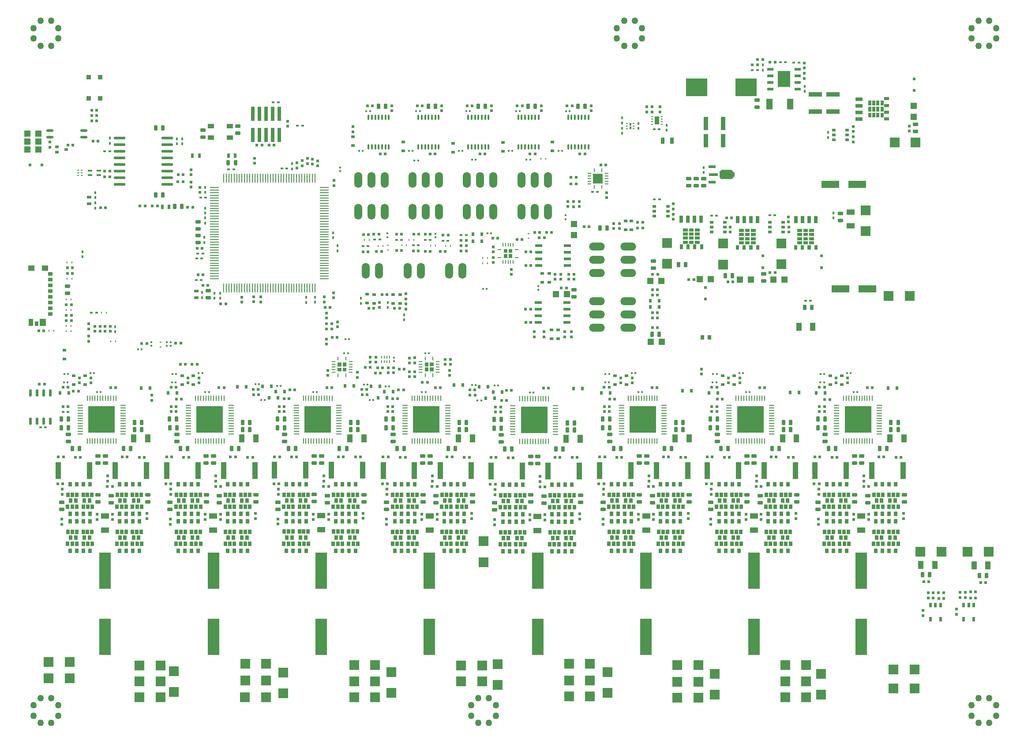
<source format=gtp>
G04*
G04 #@! TF.GenerationSoftware,Altium Limited,Altium Designer,19.0.12 (326)*
G04*
G04 Layer_Color=8421504*
%FSLAX25Y25*%
%MOIN*%
G70*
G01*
G75*
%ADD39O,0.05900X0.11900*%
%ADD40O,0.11900X0.05900*%
%ADD41R,0.02756X0.03543*%
%ADD42R,0.01181X0.02359*%
%ADD43R,0.01201X0.01024*%
G04:AMPARAMS|DCode=44|XSize=20mil|YSize=22mil|CornerRadius=3.4mil|HoleSize=0mil|Usage=FLASHONLY|Rotation=180.000|XOffset=0mil|YOffset=0mil|HoleType=Round|Shape=RoundedRectangle|*
%AMROUNDEDRECTD44*
21,1,0.02000,0.01520,0,0,180.0*
21,1,0.01320,0.02200,0,0,180.0*
1,1,0.00680,-0.00660,0.00760*
1,1,0.00680,0.00660,0.00760*
1,1,0.00680,0.00660,-0.00760*
1,1,0.00680,-0.00660,-0.00760*
%
%ADD44ROUNDEDRECTD44*%
%ADD45R,0.08855X0.27556*%
%ADD46R,0.13186X0.05312*%
%ADD47R,0.02162X0.02950*%
%ADD48R,0.01965X0.01769*%
%ADD49R,0.00984X0.01378*%
%ADD50R,0.01454X0.01454*%
%ADD51R,0.01378X0.00984*%
G04:AMPARAMS|DCode=52|XSize=20mil|YSize=22mil|CornerRadius=3.4mil|HoleSize=0mil|Usage=FLASHONLY|Rotation=90.000|XOffset=0mil|YOffset=0mil|HoleType=Round|Shape=RoundedRectangle|*
%AMROUNDEDRECTD52*
21,1,0.02000,0.01520,0,0,90.0*
21,1,0.01320,0.02200,0,0,90.0*
1,1,0.00680,0.00760,0.00660*
1,1,0.00680,0.00760,-0.00660*
1,1,0.00680,-0.00760,-0.00660*
1,1,0.00680,-0.00760,0.00660*
%
%ADD52ROUNDEDRECTD52*%
%ADD53C,0.05000*%
%ADD54R,0.01454X0.01454*%
%ADD55R,0.02950X0.02162*%
%ADD56O,0.01375X0.04524*%
G04:AMPARAMS|DCode=57|XSize=27.13mil|YSize=37.37mil|CornerRadius=4.83mil|HoleSize=0mil|Usage=FLASHONLY|Rotation=0.000|XOffset=0mil|YOffset=0mil|HoleType=Round|Shape=RoundedRectangle|*
%AMROUNDEDRECTD57*
21,1,0.02713,0.02772,0,0,0.0*
21,1,0.01748,0.03737,0,0,0.0*
1,1,0.00965,0.00874,-0.01386*
1,1,0.00965,-0.00874,-0.01386*
1,1,0.00965,-0.00874,0.01386*
1,1,0.00965,0.00874,0.01386*
%
%ADD57ROUNDEDRECTD57*%
%ADD58R,0.03343X0.06099*%
%ADD59R,0.01769X0.00784*%
%ADD60R,0.01769X0.01965*%
%ADD61R,0.02950X0.04721*%
G04:AMPARAMS|DCode=62|XSize=27.13mil|YSize=37.37mil|CornerRadius=4.83mil|HoleSize=0mil|Usage=FLASHONLY|Rotation=90.000|XOffset=0mil|YOffset=0mil|HoleType=Round|Shape=RoundedRectangle|*
%AMROUNDEDRECTD62*
21,1,0.02713,0.02772,0,0,90.0*
21,1,0.01748,0.03737,0,0,90.0*
1,1,0.00965,0.01386,0.00874*
1,1,0.00965,0.01386,-0.00874*
1,1,0.00965,-0.01386,-0.00874*
1,1,0.00965,-0.01386,0.00874*
%
%ADD62ROUNDEDRECTD62*%
%ADD63R,0.05312X0.02162*%
%ADD64R,0.06887X0.02162*%
%ADD65O,0.02950X0.00902*%
%ADD66O,0.00902X0.02950*%
%ADD67R,0.05800X0.02200*%
%ADD68R,0.04600X0.04600*%
%ADD69R,0.04600X0.04600*%
%ADD70R,0.07700X0.07700*%
%ADD71R,0.07700X0.07700*%
%ADD72R,0.04131X0.06493*%
%ADD73R,0.01965X0.03737*%
%ADD74R,0.04328X0.12989*%
%ADD75R,0.02753X0.03540*%
%ADD76R,0.06493X0.04131*%
%ADD77R,0.00587X0.02359*%
%ADD78R,0.00587X0.02162*%
%ADD79R,0.02700X0.03700*%
%ADD80O,0.04524X0.00784*%
%ADD81O,0.00784X0.04524*%
%ADD82R,0.19879X0.19879*%
%ADD83R,0.03737X0.02556*%
%ADD84R,0.04524X0.03934*%
%ADD85R,0.04524X0.04328*%
%ADD86R,0.04524X0.05509*%
%ADD87R,0.02531X0.03737*%
%ADD88R,0.03343X0.05312*%
%ADD89O,0.02162X0.05706*%
%ADD90R,0.02753X0.10824*%
%ADD91R,0.01375X0.00902*%
%ADD92O,0.06887X0.00781*%
%ADD93O,0.00781X0.06887*%
%ADD94R,0.04524X0.03343*%
%ADD95O,0.08855X0.02162*%
%ADD96R,0.03147X0.02162*%
%ADD97R,0.02200X0.02200*%
%ADD98R,0.03737X0.03343*%
%ADD99R,0.03343X0.01375*%
%ADD100R,0.07800X0.07800*%
%ADD101R,0.02950X0.01965*%
%ADD102O,0.05509X0.01965*%
%ADD103R,0.03265X0.02438*%
%ADD104R,0.10430X0.03540*%
%ADD105R,0.04800X0.08100*%
%ADD106R,0.15942X0.13580*%
%ADD107R,0.04721X0.01965*%
%ADD108R,0.09249X0.12005*%
%ADD109R,0.02600X0.05400*%
%ADD110R,0.05400X0.02600*%
%ADD111R,0.03540X0.10430*%
%ADD112R,0.02438X0.03265*%
%ADD113R,0.02200X0.02200*%
G36*
X656727Y480842D02*
X653184D01*
Y483204D01*
X656727D01*
Y480842D01*
D02*
G37*
G36*
X652593Y477003D02*
X650231D01*
Y480547D01*
X652593D01*
Y477003D01*
D02*
G37*
G36*
X649542D02*
X647180D01*
Y480547D01*
X649542D01*
Y477003D01*
D02*
G37*
G36*
X646392D02*
X644030D01*
Y480547D01*
X646392D01*
Y477003D01*
D02*
G37*
G36*
X643341D02*
X640979D01*
Y480547D01*
X643341D01*
Y477003D01*
D02*
G37*
G36*
X656727Y475724D02*
X653184D01*
Y478086D01*
X656727D01*
Y475724D01*
D02*
G37*
G36*
X652593Y472476D02*
X650231D01*
Y476019D01*
X652593D01*
Y472476D01*
D02*
G37*
G36*
X649542D02*
X647180D01*
Y476019D01*
X649542D01*
Y472476D01*
D02*
G37*
G36*
X646392D02*
X644030D01*
Y476019D01*
X646392D01*
Y472476D01*
D02*
G37*
G36*
X643341D02*
X640979D01*
Y476019D01*
X643341D01*
Y472476D01*
D02*
G37*
G36*
X656727Y470704D02*
X653184D01*
Y473066D01*
X656727D01*
Y470704D01*
D02*
G37*
G36*
X652593Y467948D02*
X650231D01*
Y471491D01*
X652593D01*
Y467948D01*
D02*
G37*
G36*
X649542D02*
X647180D01*
Y471491D01*
X649542D01*
Y467948D01*
D02*
G37*
G36*
X646392D02*
X644030D01*
Y471491D01*
X646392D01*
Y467948D01*
D02*
G37*
G36*
X643341D02*
X640979D01*
Y471491D01*
X643341D01*
Y467948D01*
D02*
G37*
G36*
X656727Y465586D02*
X653184D01*
Y467948D01*
X656727D01*
Y465586D01*
D02*
G37*
G36*
X539882Y426028D02*
X539883Y423629D01*
X537582Y421328D01*
X530083Y421328D01*
X528683Y422729D01*
X528682Y426928D01*
X530082Y428328D01*
X537583Y428328D01*
X539882Y426028D01*
D02*
G37*
G36*
X513661Y381709D02*
X510118D01*
Y384071D01*
X513661D01*
Y381709D01*
D02*
G37*
G36*
X509134D02*
X505590D01*
Y384071D01*
X509134D01*
Y381709D01*
D02*
G37*
G36*
X504606D02*
X501063D01*
Y384071D01*
X504606D01*
Y381709D01*
D02*
G37*
G36*
X600010Y381309D02*
X596467D01*
Y383671D01*
X600010D01*
Y381309D01*
D02*
G37*
G36*
X595483D02*
X591940D01*
Y383671D01*
X595483D01*
Y381309D01*
D02*
G37*
G36*
X590955D02*
X587412D01*
Y383671D01*
X590955D01*
Y381309D01*
D02*
G37*
G36*
X556011Y381309D02*
X552468D01*
Y383671D01*
X556011D01*
Y381309D01*
D02*
G37*
G36*
X551483D02*
X547940D01*
Y383671D01*
X551483D01*
Y381309D01*
D02*
G37*
G36*
X546956D02*
X543413D01*
Y383671D01*
X546956D01*
Y381309D01*
D02*
G37*
G36*
X513661Y378657D02*
X510118D01*
Y381019D01*
X513661D01*
Y378657D01*
D02*
G37*
G36*
X509134D02*
X505590D01*
Y381019D01*
X509134D01*
Y378657D01*
D02*
G37*
G36*
X504606D02*
X501063D01*
Y381019D01*
X504606D01*
Y378657D01*
D02*
G37*
G36*
X600010Y378258D02*
X596467D01*
Y380620D01*
X600010D01*
Y378258D01*
D02*
G37*
G36*
X595483D02*
X591940D01*
Y380620D01*
X595483D01*
Y378258D01*
D02*
G37*
G36*
X590955D02*
X587412D01*
Y380620D01*
X590955D01*
Y378258D01*
D02*
G37*
G36*
X556011Y378257D02*
X552468D01*
Y380620D01*
X556011D01*
Y378257D01*
D02*
G37*
G36*
X551483D02*
X547940D01*
Y380620D01*
X551483D01*
Y378257D01*
D02*
G37*
G36*
X546956D02*
X543413D01*
Y380620D01*
X546956D01*
Y378257D01*
D02*
G37*
G36*
X513661Y375508D02*
X510118D01*
Y377870D01*
X513661D01*
Y375508D01*
D02*
G37*
G36*
X509134D02*
X505590D01*
Y377870D01*
X509134D01*
Y375508D01*
D02*
G37*
G36*
X504606D02*
X501063D01*
Y377870D01*
X504606D01*
Y375508D01*
D02*
G37*
G36*
X600010Y375108D02*
X596467D01*
Y377470D01*
X600010D01*
Y375108D01*
D02*
G37*
G36*
X595483D02*
X591940D01*
Y377470D01*
X595483D01*
Y375108D01*
D02*
G37*
G36*
X590955D02*
X587412D01*
Y377470D01*
X590955D01*
Y375108D01*
D02*
G37*
G36*
X556011Y375108D02*
X552468D01*
Y377470D01*
X556011D01*
Y375108D01*
D02*
G37*
G36*
X551483D02*
X547940D01*
Y377470D01*
X551483D01*
Y375108D01*
D02*
G37*
G36*
X546956D02*
X543413D01*
Y377470D01*
X546956D01*
Y375108D01*
D02*
G37*
G36*
X513661Y372457D02*
X510118D01*
Y374819D01*
X513661D01*
Y372457D01*
D02*
G37*
G36*
X509134D02*
X505590D01*
Y374819D01*
X509134D01*
Y372457D01*
D02*
G37*
G36*
X504606D02*
X501063D01*
Y374819D01*
X504606D01*
Y372457D01*
D02*
G37*
G36*
X600010Y372057D02*
X596467D01*
Y374419D01*
X600010D01*
Y372057D01*
D02*
G37*
G36*
X595483D02*
X591940D01*
Y374419D01*
X595483D01*
Y372057D01*
D02*
G37*
G36*
X590955D02*
X587412D01*
Y374419D01*
X590955D01*
Y372057D01*
D02*
G37*
G36*
X556011Y372057D02*
X552468D01*
Y374419D01*
X556011D01*
Y372057D01*
D02*
G37*
G36*
X551483D02*
X547940D01*
Y374419D01*
X551483D01*
Y372057D01*
D02*
G37*
G36*
X546956D02*
X543413D01*
Y374419D01*
X546956D01*
Y372057D01*
D02*
G37*
G36*
X516319Y368323D02*
X513957D01*
Y371866D01*
X516319D01*
Y368323D01*
D02*
G37*
G36*
X511201D02*
X508839D01*
Y371866D01*
X511201D01*
Y368323D01*
D02*
G37*
G36*
X506181D02*
X503819D01*
Y371866D01*
X506181D01*
Y368323D01*
D02*
G37*
G36*
X501063D02*
X498701D01*
Y371866D01*
X501063D01*
Y368323D01*
D02*
G37*
G36*
X602668Y367923D02*
X600306D01*
Y371467D01*
X602668D01*
Y367923D01*
D02*
G37*
G36*
X597550D02*
X595188D01*
Y371467D01*
X597550D01*
Y367923D01*
D02*
G37*
G36*
X592530D02*
X590168D01*
Y371467D01*
X592530D01*
Y367923D01*
D02*
G37*
G36*
X587412D02*
X585050D01*
Y371467D01*
X587412D01*
Y367923D01*
D02*
G37*
G36*
X558669Y367923D02*
X556306D01*
Y371466D01*
X558669D01*
Y367923D01*
D02*
G37*
G36*
X553550D02*
X551188D01*
Y371466D01*
X553550D01*
Y367923D01*
D02*
G37*
G36*
X548531D02*
X546169D01*
Y371466D01*
X548531D01*
Y367923D01*
D02*
G37*
G36*
X543413D02*
X541050D01*
Y371466D01*
X543413D01*
Y367923D01*
D02*
G37*
G36*
X372200Y365583D02*
X369326D01*
Y368418D01*
X372200D01*
Y365583D01*
D02*
G37*
G36*
X368421Y365544D02*
X365586D01*
Y368418D01*
X368421D01*
Y365544D01*
D02*
G37*
G36*
X372200Y361803D02*
X369365D01*
Y364677D01*
X372200D01*
Y361803D01*
D02*
G37*
G36*
X368460D02*
X365586D01*
Y364638D01*
X368460D01*
Y361803D01*
D02*
G37*
G36*
X312559Y279842D02*
X309685D01*
Y282677D01*
X312559D01*
Y279842D01*
D02*
G37*
G36*
X308780Y279803D02*
X305945D01*
Y282677D01*
X308780D01*
Y279803D01*
D02*
G37*
G36*
X246783Y279742D02*
X243909D01*
Y282576D01*
X246783D01*
Y279742D01*
D02*
G37*
G36*
X243003Y279702D02*
X240169D01*
Y282576D01*
X243003D01*
Y279702D01*
D02*
G37*
G36*
X312559Y276063D02*
X309724D01*
Y278937D01*
X312559D01*
Y276063D01*
D02*
G37*
G36*
X308819D02*
X305945D01*
Y278898D01*
X308819D01*
Y276063D01*
D02*
G37*
G36*
X246783Y275962D02*
X243948D01*
Y278836D01*
X246783D01*
Y275962D01*
D02*
G37*
G36*
X243043D02*
X240169D01*
Y278797D01*
X243043D01*
Y275962D01*
D02*
G37*
G54D39*
X389035Y420653D02*
D03*
X399035D02*
D03*
X379035D02*
D03*
X399035Y396653D02*
D03*
X379035D02*
D03*
X389035D02*
D03*
X303000Y352053D02*
D03*
X293000D02*
D03*
X265700Y396653D02*
D03*
X255700D02*
D03*
X275700D02*
D03*
X357800D02*
D03*
X337800D02*
D03*
X347800D02*
D03*
X316750D02*
D03*
X296750D02*
D03*
X306750D02*
D03*
X337800Y420653D02*
D03*
X357800D02*
D03*
X347800D02*
D03*
X296750D02*
D03*
X316750D02*
D03*
X306750D02*
D03*
X255700D02*
D03*
X275700D02*
D03*
X265700D02*
D03*
X334500Y352053D02*
D03*
X324500D02*
D03*
X271300D02*
D03*
X261300D02*
D03*
G54D40*
X436024Y308898D02*
D03*
Y328898D02*
D03*
Y318898D02*
D03*
Y350472D02*
D03*
Y370472D02*
D03*
Y360472D02*
D03*
X459842Y328898D02*
D03*
Y308898D02*
D03*
Y318898D02*
D03*
Y370374D02*
D03*
Y350374D02*
D03*
Y360374D02*
D03*
G54D41*
X645016Y173525D02*
D03*
X651905D02*
D03*
X648461D02*
D03*
X645291Y182698D02*
D03*
X647220Y178210D02*
D03*
X651098D02*
D03*
X648598Y182698D02*
D03*
X651905D02*
D03*
X656709D02*
D03*
X660016D02*
D03*
X657516Y178210D02*
D03*
X661394D02*
D03*
X663323Y182698D02*
D03*
X660153Y173525D02*
D03*
X656709D02*
D03*
X663598D02*
D03*
X661807Y168210D02*
D03*
X656807D02*
D03*
X651807D02*
D03*
X646807D02*
D03*
X645016Y145572D02*
D03*
X651905D02*
D03*
X648461D02*
D03*
X645291Y154746D02*
D03*
X647220Y150257D02*
D03*
X651098D02*
D03*
X648598Y154746D02*
D03*
X651905D02*
D03*
X656709D02*
D03*
X660016D02*
D03*
X657516Y150257D02*
D03*
X661394D02*
D03*
X663323Y154746D02*
D03*
X660153Y145572D02*
D03*
X656709D02*
D03*
X663598D02*
D03*
X661807Y140258D02*
D03*
X656807D02*
D03*
X651807D02*
D03*
X646807D02*
D03*
X609558Y168210D02*
D03*
X614558D02*
D03*
X619558D02*
D03*
X624558D02*
D03*
X626350Y173525D02*
D03*
X619460D02*
D03*
X622905D02*
D03*
X626074Y182698D02*
D03*
X624145Y178210D02*
D03*
X620267D02*
D03*
X622767Y182698D02*
D03*
X619460D02*
D03*
X614657D02*
D03*
X611350D02*
D03*
X613850Y178210D02*
D03*
X609972D02*
D03*
X608042Y182698D02*
D03*
X611212Y173525D02*
D03*
X614657D02*
D03*
X607767D02*
D03*
X607767Y145572D02*
D03*
X614657D02*
D03*
X611212D02*
D03*
X608042Y154746D02*
D03*
X609972Y150257D02*
D03*
X613850D02*
D03*
X611350Y154746D02*
D03*
X614657D02*
D03*
X619460D02*
D03*
X622767D02*
D03*
X620267Y150257D02*
D03*
X624145D02*
D03*
X626074Y154746D02*
D03*
X622905Y145572D02*
D03*
X619460D02*
D03*
X626350D02*
D03*
X624558Y140258D02*
D03*
X619558D02*
D03*
X614558D02*
D03*
X609558D02*
D03*
X563716Y173525D02*
D03*
X570606D02*
D03*
X567161D02*
D03*
X563991Y182698D02*
D03*
X565920Y178210D02*
D03*
X569798D02*
D03*
X567298Y182698D02*
D03*
X570606D02*
D03*
X575409D02*
D03*
X578716D02*
D03*
X576216Y178210D02*
D03*
X580094D02*
D03*
X582023Y182698D02*
D03*
X578854Y173525D02*
D03*
X575409D02*
D03*
X582298D02*
D03*
X580507Y168210D02*
D03*
X575507D02*
D03*
X570507D02*
D03*
X565507D02*
D03*
X526467Y173525D02*
D03*
X533357D02*
D03*
X529912D02*
D03*
X526743Y182698D02*
D03*
X528672Y178210D02*
D03*
X532550D02*
D03*
X530050Y182698D02*
D03*
X533357D02*
D03*
X538160D02*
D03*
X541467D02*
D03*
X538967Y178210D02*
D03*
X542845D02*
D03*
X544774Y182698D02*
D03*
X541605Y173525D02*
D03*
X538160D02*
D03*
X545050D02*
D03*
X543258Y168210D02*
D03*
X538258D02*
D03*
X533258D02*
D03*
X528258D02*
D03*
X526467Y145572D02*
D03*
X533357D02*
D03*
X529912D02*
D03*
X526743Y154746D02*
D03*
X528672Y150257D02*
D03*
X532550D02*
D03*
X530050Y154746D02*
D03*
X533357D02*
D03*
X538160D02*
D03*
X541467D02*
D03*
X538967Y150257D02*
D03*
X542845D02*
D03*
X544774Y154746D02*
D03*
X541605Y145572D02*
D03*
X538160D02*
D03*
X545050D02*
D03*
X543258Y140258D02*
D03*
X538258D02*
D03*
X533258D02*
D03*
X528258D02*
D03*
X400360Y173228D02*
D03*
X407250D02*
D03*
X403805D02*
D03*
X400636Y182401D02*
D03*
X402565Y177912D02*
D03*
X406443D02*
D03*
X403943Y182401D02*
D03*
X407250D02*
D03*
X412053D02*
D03*
X415360D02*
D03*
X412860Y177912D02*
D03*
X416738D02*
D03*
X418667Y182401D02*
D03*
X415498Y173228D02*
D03*
X412053D02*
D03*
X418943D02*
D03*
X417151Y167912D02*
D03*
X412151D02*
D03*
X407152D02*
D03*
X402151D02*
D03*
X445167Y173525D02*
D03*
X452057D02*
D03*
X448612D02*
D03*
X445442Y182698D02*
D03*
X447372Y178210D02*
D03*
X451250D02*
D03*
X448750Y182698D02*
D03*
X452057D02*
D03*
X456860D02*
D03*
X460167D02*
D03*
X457667Y178210D02*
D03*
X461545D02*
D03*
X463474Y182698D02*
D03*
X460305Y173525D02*
D03*
X456860D02*
D03*
X463750D02*
D03*
X461958Y168210D02*
D03*
X456958D02*
D03*
X451958D02*
D03*
X446958D02*
D03*
X482416Y173525D02*
D03*
X489305D02*
D03*
X485861D02*
D03*
X482691Y182698D02*
D03*
X484620Y178210D02*
D03*
X488498D02*
D03*
X485998Y182698D02*
D03*
X489305D02*
D03*
X494109D02*
D03*
X497416D02*
D03*
X494916Y178210D02*
D03*
X498794D02*
D03*
X500723Y182698D02*
D03*
X497553Y173525D02*
D03*
X494109D02*
D03*
X500998D02*
D03*
X499207Y168210D02*
D03*
X494207D02*
D03*
X489207D02*
D03*
X484207D02*
D03*
X482416Y145572D02*
D03*
X489305D02*
D03*
X485861D02*
D03*
X482691Y154746D02*
D03*
X484620Y150257D02*
D03*
X488498D02*
D03*
X485998Y154746D02*
D03*
X489305D02*
D03*
X494109D02*
D03*
X497416D02*
D03*
X494916Y150257D02*
D03*
X498794D02*
D03*
X500723Y154746D02*
D03*
X497553Y145572D02*
D03*
X494109D02*
D03*
X500998D02*
D03*
X499207Y140258D02*
D03*
X494207D02*
D03*
X489207D02*
D03*
X484207D02*
D03*
X445167Y145572D02*
D03*
X452057D02*
D03*
X448612D02*
D03*
X445442Y154746D02*
D03*
X447372Y150257D02*
D03*
X451250D02*
D03*
X448750Y154746D02*
D03*
X452057D02*
D03*
X456860D02*
D03*
X460167D02*
D03*
X457667Y150257D02*
D03*
X461545D02*
D03*
X463474Y154746D02*
D03*
X460305Y145572D02*
D03*
X456860D02*
D03*
X463750D02*
D03*
X461958Y140258D02*
D03*
X456958D02*
D03*
X451958D02*
D03*
X446958D02*
D03*
X363111Y173228D02*
D03*
X370001D02*
D03*
X366556D02*
D03*
X363387Y182401D02*
D03*
X365316Y177912D02*
D03*
X369194D02*
D03*
X366694Y182401D02*
D03*
X370001D02*
D03*
X374804D02*
D03*
X378111D02*
D03*
X375611Y177912D02*
D03*
X379489D02*
D03*
X381418Y182401D02*
D03*
X378249Y173228D02*
D03*
X374804D02*
D03*
X381694D02*
D03*
X379903Y167912D02*
D03*
X374903D02*
D03*
X369903D02*
D03*
X364903D02*
D03*
X363111Y145275D02*
D03*
X370001D02*
D03*
X366556D02*
D03*
X363387Y154448D02*
D03*
X365316Y149960D02*
D03*
X369194D02*
D03*
X366694Y154448D02*
D03*
X370001D02*
D03*
X374804D02*
D03*
X378111D02*
D03*
X375611Y149960D02*
D03*
X379489D02*
D03*
X381418Y154448D02*
D03*
X378249Y145275D02*
D03*
X374804D02*
D03*
X381694D02*
D03*
X379903Y139960D02*
D03*
X374903D02*
D03*
X369903D02*
D03*
X364903D02*
D03*
X400360Y145275D02*
D03*
X407250D02*
D03*
X403805D02*
D03*
X400636Y154448D02*
D03*
X402565Y149960D02*
D03*
X406443D02*
D03*
X403943Y154448D02*
D03*
X407250D02*
D03*
X412053D02*
D03*
X415360D02*
D03*
X412860Y149960D02*
D03*
X416738D02*
D03*
X418667Y154448D02*
D03*
X415498Y145275D02*
D03*
X412053D02*
D03*
X418943D02*
D03*
X417151Y139960D02*
D03*
X412151D02*
D03*
X407152D02*
D03*
X402151D02*
D03*
X281584Y173525D02*
D03*
X288474D02*
D03*
X285029D02*
D03*
X281860Y182698D02*
D03*
X283789Y178210D02*
D03*
X287667D02*
D03*
X285167Y182698D02*
D03*
X288474D02*
D03*
X293277D02*
D03*
X296584D02*
D03*
X294084Y178210D02*
D03*
X297962D02*
D03*
X299891Y182698D02*
D03*
X296722Y173525D02*
D03*
X293277D02*
D03*
X300167D02*
D03*
X298376Y168210D02*
D03*
X293376D02*
D03*
X288376D02*
D03*
X283376D02*
D03*
X318833Y145572D02*
D03*
X325723D02*
D03*
X322278D02*
D03*
X319109Y154746D02*
D03*
X321038Y150257D02*
D03*
X324916D02*
D03*
X322416Y154746D02*
D03*
X325723D02*
D03*
X330526D02*
D03*
X333833D02*
D03*
X331333Y150257D02*
D03*
X335211D02*
D03*
X337140Y154746D02*
D03*
X333971Y145572D02*
D03*
X330526D02*
D03*
X337416D02*
D03*
X335624Y140258D02*
D03*
X330624D02*
D03*
X325624D02*
D03*
X320624D02*
D03*
X318833Y173525D02*
D03*
X325723D02*
D03*
X322278D02*
D03*
X319109Y182698D02*
D03*
X321038Y178210D02*
D03*
X324916D02*
D03*
X322416Y182698D02*
D03*
X325723D02*
D03*
X330526D02*
D03*
X333833D02*
D03*
X331333Y178210D02*
D03*
X335211D02*
D03*
X337140Y182698D02*
D03*
X333971Y173525D02*
D03*
X330526D02*
D03*
X337416D02*
D03*
X335624Y168210D02*
D03*
X330624D02*
D03*
X325624D02*
D03*
X320624D02*
D03*
X236777Y173621D02*
D03*
X243667D02*
D03*
X240222D02*
D03*
X237053Y182794D02*
D03*
X238982Y178306D02*
D03*
X242860D02*
D03*
X240360Y182794D02*
D03*
X243667D02*
D03*
X248470D02*
D03*
X251778D02*
D03*
X249277Y178306D02*
D03*
X253155D02*
D03*
X255085Y182794D02*
D03*
X251915Y173621D02*
D03*
X248470D02*
D03*
X255360D02*
D03*
X253569Y168306D02*
D03*
X248569D02*
D03*
X243569D02*
D03*
X238569D02*
D03*
X281584Y145572D02*
D03*
X288474D02*
D03*
X285029D02*
D03*
X281860Y154746D02*
D03*
X283789Y150257D02*
D03*
X287667D02*
D03*
X285167Y154746D02*
D03*
X288474D02*
D03*
X293277D02*
D03*
X296584D02*
D03*
X294084Y150257D02*
D03*
X297962D02*
D03*
X299891Y154746D02*
D03*
X296722Y145572D02*
D03*
X293277D02*
D03*
X300167D02*
D03*
X298376Y140258D02*
D03*
X293376D02*
D03*
X288376D02*
D03*
X283376D02*
D03*
X236777Y145668D02*
D03*
X243667D02*
D03*
X240222D02*
D03*
X237053Y154842D02*
D03*
X238982Y150353D02*
D03*
X242860D02*
D03*
X240360Y154842D02*
D03*
X243667D02*
D03*
X248470D02*
D03*
X251778D02*
D03*
X249277Y150353D02*
D03*
X253155D02*
D03*
X255085Y154842D02*
D03*
X251915Y145668D02*
D03*
X248470D02*
D03*
X255360D02*
D03*
X253569Y140353D02*
D03*
X248569D02*
D03*
X243569D02*
D03*
X238569D02*
D03*
X199529Y173621D02*
D03*
X206418D02*
D03*
X202974D02*
D03*
X199804Y182794D02*
D03*
X201733Y178306D02*
D03*
X205611D02*
D03*
X203111Y182794D02*
D03*
X206418D02*
D03*
X211222D02*
D03*
X214529D02*
D03*
X212029Y178306D02*
D03*
X215907D02*
D03*
X217836Y182794D02*
D03*
X214667Y173621D02*
D03*
X211222D02*
D03*
X218111D02*
D03*
X216320Y168306D02*
D03*
X211320D02*
D03*
X206320D02*
D03*
X201320D02*
D03*
X199529Y145668D02*
D03*
X206418D02*
D03*
X202974D02*
D03*
X199804Y154842D02*
D03*
X201733Y150353D02*
D03*
X205611D02*
D03*
X203111Y154842D02*
D03*
X206418D02*
D03*
X211222D02*
D03*
X214529D02*
D03*
X212029Y150353D02*
D03*
X215907D02*
D03*
X217836Y154842D02*
D03*
X214667Y145668D02*
D03*
X211222D02*
D03*
X218111D02*
D03*
X216320Y140353D02*
D03*
X211320D02*
D03*
X206320D02*
D03*
X201320D02*
D03*
X155250Y173525D02*
D03*
X162140D02*
D03*
X158695D02*
D03*
X155526Y182698D02*
D03*
X157455Y178210D02*
D03*
X161333D02*
D03*
X158833Y182698D02*
D03*
X162140D02*
D03*
X166943D02*
D03*
X170250D02*
D03*
X167750Y178210D02*
D03*
X171628D02*
D03*
X173557Y182698D02*
D03*
X170388Y173525D02*
D03*
X166943D02*
D03*
X173833D02*
D03*
X172042Y168210D02*
D03*
X167042D02*
D03*
X162042D02*
D03*
X157042D02*
D03*
X118001Y173525D02*
D03*
X124891D02*
D03*
X121446D02*
D03*
X118277Y182698D02*
D03*
X120206Y178210D02*
D03*
X124084D02*
D03*
X121584Y182698D02*
D03*
X124891D02*
D03*
X129694D02*
D03*
X133001D02*
D03*
X130501Y178210D02*
D03*
X134379D02*
D03*
X136309Y182698D02*
D03*
X133139Y173525D02*
D03*
X129694D02*
D03*
X136584D02*
D03*
X134793Y168210D02*
D03*
X129793D02*
D03*
X124793D02*
D03*
X119793D02*
D03*
X118001Y145572D02*
D03*
X124891D02*
D03*
X121446D02*
D03*
X118277Y154746D02*
D03*
X120206Y150257D02*
D03*
X124084D02*
D03*
X121584Y154746D02*
D03*
X124891D02*
D03*
X129694D02*
D03*
X133001D02*
D03*
X130502Y150257D02*
D03*
X134379D02*
D03*
X136309Y154746D02*
D03*
X133139Y145572D02*
D03*
X129694D02*
D03*
X136584D02*
D03*
X134793Y140258D02*
D03*
X129793D02*
D03*
X124793D02*
D03*
X119793D02*
D03*
X155250Y145572D02*
D03*
X162140D02*
D03*
X158695D02*
D03*
X155526Y154746D02*
D03*
X157455Y150257D02*
D03*
X161333D02*
D03*
X158833Y154746D02*
D03*
X162140D02*
D03*
X166943D02*
D03*
X170250D02*
D03*
X167750Y150257D02*
D03*
X171628D02*
D03*
X173557Y154746D02*
D03*
X170388Y145572D02*
D03*
X166943D02*
D03*
X173833D02*
D03*
X172042Y140258D02*
D03*
X167042D02*
D03*
X162042D02*
D03*
X157042D02*
D03*
X563716Y145572D02*
D03*
X570606D02*
D03*
X567161D02*
D03*
X563991Y154746D02*
D03*
X565920Y150257D02*
D03*
X569798D02*
D03*
X567298Y154746D02*
D03*
X570606D02*
D03*
X575409D02*
D03*
X578716D02*
D03*
X576216Y150257D02*
D03*
X580094D02*
D03*
X582023Y154746D02*
D03*
X578854Y145572D02*
D03*
X575409D02*
D03*
X582298D02*
D03*
X580507Y140258D02*
D03*
X575507D02*
D03*
X570507D02*
D03*
X565507D02*
D03*
X36210Y173525D02*
D03*
X43100D02*
D03*
X39655D02*
D03*
X36486Y182698D02*
D03*
X38415Y178210D02*
D03*
X42293D02*
D03*
X39793Y182698D02*
D03*
X43100D02*
D03*
X47903D02*
D03*
X51210D02*
D03*
X48710Y178210D02*
D03*
X52588D02*
D03*
X54517Y182698D02*
D03*
X51348Y173525D02*
D03*
X47903D02*
D03*
X54793D02*
D03*
X53002Y168210D02*
D03*
X48002D02*
D03*
X43002D02*
D03*
X38002D02*
D03*
X73459Y173525D02*
D03*
X80349D02*
D03*
X76904D02*
D03*
X73735Y182698D02*
D03*
X75664Y178210D02*
D03*
X79542D02*
D03*
X77042Y182698D02*
D03*
X80349D02*
D03*
X85152D02*
D03*
X88459D02*
D03*
X85959Y178210D02*
D03*
X89837D02*
D03*
X91766Y182698D02*
D03*
X88597Y173525D02*
D03*
X85152D02*
D03*
X92042D02*
D03*
X90250Y168210D02*
D03*
X85250D02*
D03*
X80250D02*
D03*
X75250D02*
D03*
X73459Y145572D02*
D03*
X80349D02*
D03*
X76904D02*
D03*
X73735Y154746D02*
D03*
X75664Y150258D02*
D03*
X79542D02*
D03*
X77042Y154746D02*
D03*
X80349D02*
D03*
X85152D02*
D03*
X88459D02*
D03*
X85959Y150258D02*
D03*
X89837D02*
D03*
X91766Y154746D02*
D03*
X88597Y145572D02*
D03*
X85152D02*
D03*
X92042D02*
D03*
X90250Y140258D02*
D03*
X85250D02*
D03*
X80250D02*
D03*
X75250D02*
D03*
X36210Y145572D02*
D03*
X43100D02*
D03*
X39655D02*
D03*
X36486Y154746D02*
D03*
X38415Y150257D02*
D03*
X42293D02*
D03*
X39793Y154746D02*
D03*
X43100D02*
D03*
X47903D02*
D03*
X51210D02*
D03*
X48710Y150257D02*
D03*
X52588D02*
D03*
X54517Y154746D02*
D03*
X51348Y145572D02*
D03*
X47903D02*
D03*
X54793D02*
D03*
X53001Y140258D02*
D03*
X48002D02*
D03*
X43001D02*
D03*
X38001D02*
D03*
G54D42*
X461225Y460059D02*
D03*
Y462818D02*
D03*
G54D43*
X46627Y428002D02*
D03*
X46627Y426034D02*
D03*
X46627Y424065D02*
D03*
X43971Y424065D02*
D03*
X43971Y426034D02*
D03*
X43971Y428002D02*
D03*
G54D44*
X371409Y261750D02*
D03*
X367619D02*
D03*
X337252Y367150D02*
D03*
X333462D02*
D03*
X337232Y371088D02*
D03*
X333442D02*
D03*
X333472Y374926D02*
D03*
X337262D02*
D03*
X317652Y366801D02*
D03*
X321442D02*
D03*
X319762Y378969D02*
D03*
X323552D02*
D03*
X306346Y366798D02*
D03*
X310136D02*
D03*
X306384Y379575D02*
D03*
X310174D02*
D03*
X301385Y379612D02*
D03*
X297595D02*
D03*
X301031Y367150D02*
D03*
X297242D02*
D03*
X284587Y367267D02*
D03*
X288376D02*
D03*
X284599Y379641D02*
D03*
X288389D02*
D03*
X269440Y366671D02*
D03*
X273230D02*
D03*
X259286Y366355D02*
D03*
X263075D02*
D03*
X267458Y379512D02*
D03*
X271248D02*
D03*
X259598Y379269D02*
D03*
X263388D02*
D03*
X266469Y476526D02*
D03*
X262729D02*
D03*
X276141Y440391D02*
D03*
X272351D02*
D03*
X304169Y476526D02*
D03*
X300429D02*
D03*
X313841Y440391D02*
D03*
X310051D02*
D03*
X341868Y476526D02*
D03*
X338128D02*
D03*
X351541Y440391D02*
D03*
X347751D02*
D03*
X379568Y476526D02*
D03*
X375828D02*
D03*
X417268D02*
D03*
X413528D02*
D03*
X426940Y440391D02*
D03*
X423151D02*
D03*
X386026Y355943D02*
D03*
X382236D02*
D03*
X357246Y376693D02*
D03*
X361035D02*
D03*
X401857Y380930D02*
D03*
X398067D02*
D03*
X389067Y380929D02*
D03*
X392857D02*
D03*
X392492Y377005D02*
D03*
X396232D02*
D03*
X386026Y366277D02*
D03*
X382236D02*
D03*
X379529Y375726D02*
D03*
X375740D02*
D03*
X430120Y385470D02*
D03*
X426330D02*
D03*
X385927Y322872D02*
D03*
X382137D02*
D03*
X386026Y312913D02*
D03*
X382236D02*
D03*
X466773Y388718D02*
D03*
X470563D02*
D03*
X470573Y384486D02*
D03*
X466783D02*
D03*
X481665Y337832D02*
D03*
X477925D02*
D03*
X481709Y333698D02*
D03*
X477919D02*
D03*
X477910Y320411D02*
D03*
X481700D02*
D03*
X477910Y316375D02*
D03*
X481700D02*
D03*
X682946Y117007D02*
D03*
X686686D02*
D03*
X694248Y104420D02*
D03*
X698038D02*
D03*
X694148Y108817D02*
D03*
X697938D02*
D03*
X690070Y108661D02*
D03*
X686280D02*
D03*
X686266Y104519D02*
D03*
X690056D02*
D03*
X600709Y211222D02*
D03*
X604499D02*
D03*
X648957Y211253D02*
D03*
X652746D02*
D03*
X665746Y211153D02*
D03*
X661957D02*
D03*
X641457Y189053D02*
D03*
X637667D02*
D03*
X560157D02*
D03*
X556367D02*
D03*
X518819Y190848D02*
D03*
X522609D02*
D03*
X600119D02*
D03*
X603909D02*
D03*
X617423Y211124D02*
D03*
X613633D02*
D03*
X640228Y263622D02*
D03*
X644017D02*
D03*
X607925Y263919D02*
D03*
X604135D02*
D03*
X567657Y211253D02*
D03*
X571447D02*
D03*
X584446Y211153D02*
D03*
X580657D02*
D03*
X558927Y263622D02*
D03*
X562717D02*
D03*
X526625Y263919D02*
D03*
X522835D02*
D03*
X445325D02*
D03*
X441535D02*
D03*
X477628Y263622D02*
D03*
X481417D02*
D03*
X536123Y211124D02*
D03*
X532333D02*
D03*
X519409Y211222D02*
D03*
X523199D02*
D03*
X322774Y211253D02*
D03*
X326564D02*
D03*
X503147Y211153D02*
D03*
X499357D02*
D03*
X486357Y211253D02*
D03*
X490146D02*
D03*
X454823Y211124D02*
D03*
X451033D02*
D03*
X438109Y211222D02*
D03*
X441899D02*
D03*
X437519Y190848D02*
D03*
X441309D02*
D03*
X478857Y189053D02*
D03*
X475067D02*
D03*
X404301Y210955D02*
D03*
X408091D02*
D03*
X421091Y210855D02*
D03*
X417301D02*
D03*
X286586Y277596D02*
D03*
X290326D02*
D03*
X274136Y278679D02*
D03*
X270346D02*
D03*
X264637Y278875D02*
D03*
X260897D02*
D03*
X272511Y274840D02*
D03*
X268771D02*
D03*
X395572Y263324D02*
D03*
X399362D02*
D03*
X343839Y262084D02*
D03*
X340049D02*
D03*
X340159Y258003D02*
D03*
X343948D02*
D03*
X372767Y210826D02*
D03*
X368977D02*
D03*
X356054Y210924D02*
D03*
X359844D02*
D03*
X396801Y188755D02*
D03*
X393011D02*
D03*
X355463Y190550D02*
D03*
X359253D02*
D03*
X273936Y190848D02*
D03*
X277726D02*
D03*
X315274Y189053D02*
D03*
X311484D02*
D03*
X339564Y211153D02*
D03*
X335774D02*
D03*
X314045Y263622D02*
D03*
X317835D02*
D03*
X286092Y262047D02*
D03*
X289882D02*
D03*
X262176Y262382D02*
D03*
X258386D02*
D03*
X258631Y258300D02*
D03*
X262421D02*
D03*
X304148Y267781D02*
D03*
X307938D02*
D03*
X274527Y211222D02*
D03*
X278316D02*
D03*
X291240Y211124D02*
D03*
X287450D02*
D03*
X239834Y301710D02*
D03*
X236094D02*
D03*
X231832Y308009D02*
D03*
X235622D02*
D03*
X231832Y312143D02*
D03*
X235622D02*
D03*
X230582Y324348D02*
D03*
X234322D02*
D03*
X231989Y263718D02*
D03*
X235779D02*
D03*
X209185Y211220D02*
D03*
X205395D02*
D03*
X192471Y211318D02*
D03*
X196261D02*
D03*
X257508Y211249D02*
D03*
X253718D02*
D03*
X240718Y211349D02*
D03*
X244508D02*
D03*
X233218Y189149D02*
D03*
X229429D02*
D03*
X191881Y190944D02*
D03*
X195670D02*
D03*
X204037Y262143D02*
D03*
X207826D02*
D03*
X176576Y258396D02*
D03*
X180366D02*
D03*
X180120Y262478D02*
D03*
X176330D02*
D03*
X150462Y263622D02*
D03*
X154252D02*
D03*
X125127Y281240D02*
D03*
X121337D02*
D03*
X118160Y263919D02*
D03*
X114370D02*
D03*
X159191Y211253D02*
D03*
X162981D02*
D03*
X175981Y211153D02*
D03*
X172191D02*
D03*
X127657Y211124D02*
D03*
X123868D02*
D03*
X110944Y211222D02*
D03*
X114734D02*
D03*
X151691Y189053D02*
D03*
X147901D02*
D03*
X110354Y190848D02*
D03*
X114143D02*
D03*
X68671Y263622D02*
D03*
X72461D02*
D03*
X32568Y263919D02*
D03*
X36358D02*
D03*
X29153Y211222D02*
D03*
X32943D02*
D03*
X42076Y211124D02*
D03*
X45866D02*
D03*
X90400Y211153D02*
D03*
X94190D02*
D03*
X81190Y211253D02*
D03*
X77400D02*
D03*
X66110Y189053D02*
D03*
X69900D02*
D03*
X32352Y190848D02*
D03*
X28562D02*
D03*
X726080Y116461D02*
D03*
X729820D02*
D03*
X385451Y440391D02*
D03*
X389241D02*
D03*
X64817Y399528D02*
D03*
X61028D02*
D03*
X607946Y249353D02*
D03*
X604157D02*
D03*
X611921Y254827D02*
D03*
X608132D02*
D03*
X604173Y245551D02*
D03*
X607912D02*
D03*
X526647Y249353D02*
D03*
X522857D02*
D03*
X530721Y255122D02*
D03*
X526931D02*
D03*
X522872Y245551D02*
D03*
X526612D02*
D03*
X445346Y249353D02*
D03*
X441557D02*
D03*
X449421Y255122D02*
D03*
X445632D02*
D03*
X441573Y245551D02*
D03*
X445312D02*
D03*
X363291Y249055D02*
D03*
X359501D02*
D03*
X367728Y254039D02*
D03*
X363938D02*
D03*
X359517Y245253D02*
D03*
X363257D02*
D03*
X281764Y249353D02*
D03*
X277974D02*
D03*
X285347Y255417D02*
D03*
X281557D02*
D03*
X277990Y245551D02*
D03*
X281730D02*
D03*
X199708Y249449D02*
D03*
X195919D02*
D03*
X203457Y255319D02*
D03*
X199667D02*
D03*
X195934Y245647D02*
D03*
X199674D02*
D03*
X118181Y249353D02*
D03*
X114391D02*
D03*
X122158Y255024D02*
D03*
X118368D02*
D03*
X114407Y245551D02*
D03*
X118147D02*
D03*
X481763Y309092D02*
D03*
X477974D02*
D03*
X478200Y349250D02*
D03*
X481990D02*
D03*
X570609Y350529D02*
D03*
X566819D02*
D03*
X538870Y343639D02*
D03*
X535080D02*
D03*
X509244Y345214D02*
D03*
X505454D02*
D03*
X133976Y281260D02*
D03*
X130187D02*
D03*
X40513Y260929D02*
D03*
X44303D02*
D03*
X32600Y249353D02*
D03*
X36390D02*
D03*
X95972Y296895D02*
D03*
X92183D02*
D03*
X151839Y327013D02*
D03*
X155628D02*
D03*
X121661Y297443D02*
D03*
X117871D02*
D03*
X710450Y104881D02*
D03*
X714239D02*
D03*
X722050Y104781D02*
D03*
X718260D02*
D03*
X722039Y109181D02*
D03*
X718250D02*
D03*
X714250Y109081D02*
D03*
X710460D02*
D03*
X570654Y509638D02*
D03*
X566864D02*
D03*
X138491Y348951D02*
D03*
X134702D02*
D03*
X14868Y266221D02*
D03*
X18658D02*
D03*
X137800Y369001D02*
D03*
X134010D02*
D03*
X90800Y401153D02*
D03*
X94590D02*
D03*
X104000D02*
D03*
X100210D02*
D03*
X277463Y334092D02*
D03*
X273673D02*
D03*
X138305Y341166D02*
D03*
X142095D02*
D03*
X36000Y354201D02*
D03*
X39790D02*
D03*
X36000Y350101D02*
D03*
X39790D02*
D03*
X35101Y326501D02*
D03*
X38891D02*
D03*
X38900Y314301D02*
D03*
X35110D02*
D03*
X38900Y318301D02*
D03*
X35110D02*
D03*
X54314Y465347D02*
D03*
X58104D02*
D03*
X54316Y469453D02*
D03*
X58105D02*
D03*
X537856Y391983D02*
D03*
X534066D02*
D03*
X58133Y473443D02*
D03*
X54343D02*
D03*
X64100Y423053D02*
D03*
X67890D02*
D03*
X64100Y427453D02*
D03*
X67890D02*
D03*
X119600Y424753D02*
D03*
X123390D02*
D03*
X119500Y419253D02*
D03*
X123290D02*
D03*
X130600Y400053D02*
D03*
X126810D02*
D03*
X412896Y339013D02*
D03*
X409106D02*
D03*
X442805Y431979D02*
D03*
X439015D02*
D03*
X420249Y417798D02*
D03*
X416460D02*
D03*
X14269Y306619D02*
D03*
X18059D02*
D03*
X420249Y422523D02*
D03*
X416460D02*
D03*
X188300Y446990D02*
D03*
X192090D02*
D03*
X182900Y446890D02*
D03*
X179110D02*
D03*
X267452Y323623D02*
D03*
X263662D02*
D03*
X286967Y323646D02*
D03*
X283177D02*
D03*
X40156Y447167D02*
D03*
X36366D02*
D03*
X55314Y450017D02*
D03*
X59104D02*
D03*
X561314Y511803D02*
D03*
X557524D02*
D03*
X557235Y507771D02*
D03*
X553445D02*
D03*
G54D45*
X635716Y75323D02*
D03*
Y125283D02*
D03*
X554564Y75323D02*
D03*
Y125283D02*
D03*
X473148Y75323D02*
D03*
Y125283D02*
D03*
X391302Y75323D02*
D03*
Y125283D02*
D03*
X309535Y75323D02*
D03*
Y125283D02*
D03*
X227651Y75323D02*
D03*
Y125283D02*
D03*
X146281Y75323D02*
D03*
Y125283D02*
D03*
X64350Y75323D02*
D03*
Y125283D02*
D03*
G54D46*
X620004Y338261D02*
D03*
X640476D02*
D03*
X612360Y417431D02*
D03*
X632832D02*
D03*
G54D47*
X342252Y374434D02*
D03*
X348945D02*
D03*
X349043Y379749D02*
D03*
X342350D02*
D03*
X476448Y329368D02*
D03*
X483141D02*
D03*
X476448Y324742D02*
D03*
X483141D02*
D03*
X662865Y263425D02*
D03*
X656173D02*
D03*
X608543Y259588D02*
D03*
X601850D02*
D03*
X581914Y259861D02*
D03*
X588606D02*
D03*
X520550Y259588D02*
D03*
X527243D02*
D03*
X439250D02*
D03*
X445943D02*
D03*
X500719Y261242D02*
D03*
X507412D02*
D03*
X418466Y263104D02*
D03*
X425158D02*
D03*
X334815Y265785D02*
D03*
X328122D02*
D03*
X352059Y255614D02*
D03*
X358752D02*
D03*
X357571Y260437D02*
D03*
X364264D02*
D03*
X346921Y264249D02*
D03*
X353614D02*
D03*
X275484Y260634D02*
D03*
X282177D02*
D03*
X270563Y255909D02*
D03*
X277256D02*
D03*
X265394Y264744D02*
D03*
X272087D02*
D03*
X252528Y265094D02*
D03*
X245835D02*
D03*
X183338Y264643D02*
D03*
X190031D02*
D03*
X193496Y260535D02*
D03*
X200189D02*
D03*
X188515Y255844D02*
D03*
X195208D02*
D03*
X164354Y264388D02*
D03*
X171046D02*
D03*
X112085Y259588D02*
D03*
X118778D02*
D03*
X91730Y263232D02*
D03*
X98423D02*
D03*
X30294Y259588D02*
D03*
X36987D02*
D03*
G54D48*
X337262Y378863D02*
D03*
X333492D02*
D03*
X323539Y374827D02*
D03*
X319770D02*
D03*
X306408Y375342D02*
D03*
X310178D02*
D03*
X297214Y371302D02*
D03*
X300984D02*
D03*
X284601Y375507D02*
D03*
X288371D02*
D03*
X259421Y370772D02*
D03*
X263191D02*
D03*
X268181Y375529D02*
D03*
X271951D02*
D03*
X483195Y458951D02*
D03*
X479425D02*
D03*
X137170Y345109D02*
D03*
X133400D02*
D03*
X32630Y245453D02*
D03*
X36400D02*
D03*
X593694Y329390D02*
D03*
X597464D02*
D03*
X19415Y233527D02*
D03*
X15645D02*
D03*
X213566Y461553D02*
D03*
X209796D02*
D03*
X140370Y407353D02*
D03*
X136600D02*
D03*
X64200Y442353D02*
D03*
X67970D02*
D03*
X137370Y361201D02*
D03*
X133600D02*
D03*
X197900Y429401D02*
D03*
X201670D02*
D03*
X138270Y365101D02*
D03*
X134500D02*
D03*
X161600Y428553D02*
D03*
X157830D02*
D03*
X483249Y405948D02*
D03*
X479479D02*
D03*
X522607Y393775D02*
D03*
X526377D02*
D03*
X570362Y394050D02*
D03*
X566592D02*
D03*
X432757Y411679D02*
D03*
X436526D02*
D03*
X195304Y479297D02*
D03*
X191534D02*
D03*
X57906Y320201D02*
D03*
X54136D02*
D03*
X574739Y509638D02*
D03*
X578509D02*
D03*
X553509Y503831D02*
D03*
X557279D02*
D03*
X588578Y509441D02*
D03*
X584808D02*
D03*
G54D49*
X321822Y370706D02*
D03*
X325366D02*
D03*
X314047Y370903D02*
D03*
X310503D02*
D03*
X297708Y375431D02*
D03*
X294165D02*
D03*
X292098Y371395D02*
D03*
X288555D02*
D03*
X270740Y370706D02*
D03*
X274283D02*
D03*
X264047Y375234D02*
D03*
X260504D02*
D03*
X393742Y436573D02*
D03*
X397285D02*
D03*
X65244Y320320D02*
D03*
X61701D02*
D03*
X72232Y298765D02*
D03*
X68689D02*
D03*
X39372Y345994D02*
D03*
X35828D02*
D03*
X35028Y330501D02*
D03*
X38572D02*
D03*
Y306230D02*
D03*
X35028D02*
D03*
Y322401D02*
D03*
X38572D02*
D03*
Y310301D02*
D03*
X35028D02*
D03*
X353374Y357543D02*
D03*
X349831D02*
D03*
Y361677D02*
D03*
X353374D02*
D03*
X25750Y306806D02*
D03*
X22207D02*
D03*
X35828Y358201D02*
D03*
X39372D02*
D03*
G54D50*
X314004Y377288D02*
D03*
Y380044D02*
D03*
X277783Y377485D02*
D03*
Y380241D02*
D03*
X412373Y393866D02*
D03*
Y391110D02*
D03*
X391606Y337537D02*
D03*
Y340293D02*
D03*
X282846Y283698D02*
D03*
Y286454D02*
D03*
X114161Y295221D02*
D03*
Y297977D02*
D03*
X110913Y295221D02*
D03*
Y297977D02*
D03*
X99496Y295320D02*
D03*
Y298076D02*
D03*
X242012Y430127D02*
D03*
Y427372D02*
D03*
G54D51*
X278079Y371383D02*
D03*
Y367839D02*
D03*
X384421Y380155D02*
D03*
Y376612D02*
D03*
X106496Y297972D02*
D03*
Y294429D02*
D03*
G54D52*
X213400Y431411D02*
D03*
Y435201D02*
D03*
X221000Y436391D02*
D03*
Y432601D02*
D03*
X217300Y433111D02*
D03*
Y436901D02*
D03*
X209400Y433591D02*
D03*
Y429801D02*
D03*
X237472Y416454D02*
D03*
Y420244D02*
D03*
X251633Y457094D02*
D03*
Y460883D02*
D03*
X280999Y473056D02*
D03*
Y476796D02*
D03*
X318699Y473056D02*
D03*
Y476796D02*
D03*
X356398Y473056D02*
D03*
Y476796D02*
D03*
X394098Y473056D02*
D03*
Y476796D02*
D03*
X431798Y473056D02*
D03*
Y476796D02*
D03*
X473647Y472061D02*
D03*
Y475851D02*
D03*
X477695Y472051D02*
D03*
Y475841D02*
D03*
X483547Y472061D02*
D03*
Y475851D02*
D03*
X404401Y345564D02*
D03*
Y349354D02*
D03*
X408830Y345608D02*
D03*
Y349348D02*
D03*
X414834Y349378D02*
D03*
Y345588D02*
D03*
X418870Y345578D02*
D03*
Y349368D02*
D03*
X371272Y349318D02*
D03*
Y353108D02*
D03*
X357775Y362062D02*
D03*
Y358272D02*
D03*
X357649Y370017D02*
D03*
Y366277D02*
D03*
X422708Y400529D02*
D03*
Y404269D02*
D03*
X418377Y400499D02*
D03*
Y404289D02*
D03*
X414047Y404299D02*
D03*
Y400509D02*
D03*
X416657Y302126D02*
D03*
Y305916D02*
D03*
X411627Y305926D02*
D03*
Y302136D02*
D03*
X396144Y302126D02*
D03*
Y305916D02*
D03*
X388555Y305844D02*
D03*
Y302104D02*
D03*
X452925Y383865D02*
D03*
Y387655D02*
D03*
X448692Y383895D02*
D03*
Y387635D02*
D03*
X682398Y95273D02*
D03*
Y91483D02*
D03*
X667657Y164753D02*
D03*
Y168543D02*
D03*
X637857Y196853D02*
D03*
Y193063D02*
D03*
X641457Y167853D02*
D03*
Y164063D02*
D03*
X629957Y164053D02*
D03*
Y167843D02*
D03*
X603692Y186843D02*
D03*
Y183053D02*
D03*
X603389Y164253D02*
D03*
Y160463D02*
D03*
X586357Y164753D02*
D03*
Y168543D02*
D03*
X556557Y196853D02*
D03*
Y193063D02*
D03*
X560157Y167853D02*
D03*
Y164063D02*
D03*
X548657Y164053D02*
D03*
Y167843D02*
D03*
X522089Y164253D02*
D03*
Y160463D02*
D03*
X522392Y186843D02*
D03*
Y183053D02*
D03*
X625247Y267253D02*
D03*
Y271042D02*
D03*
X616684Y270996D02*
D03*
Y267206D02*
D03*
X535384Y270996D02*
D03*
Y267206D02*
D03*
X462647Y267253D02*
D03*
Y271042D02*
D03*
X454084Y270996D02*
D03*
Y267206D02*
D03*
X515031Y273924D02*
D03*
Y277714D02*
D03*
X441092Y186843D02*
D03*
Y183053D02*
D03*
X505057Y164753D02*
D03*
Y168543D02*
D03*
X475257Y196853D02*
D03*
Y193063D02*
D03*
X478857Y167853D02*
D03*
Y164063D02*
D03*
X467357Y164053D02*
D03*
Y167843D02*
D03*
X440789Y164253D02*
D03*
Y160463D02*
D03*
X298425Y282391D02*
D03*
Y286181D02*
D03*
X294460Y282419D02*
D03*
Y286159D02*
D03*
X298425Y272037D02*
D03*
Y275827D02*
D03*
X294362Y275824D02*
D03*
Y272084D02*
D03*
X282452Y278709D02*
D03*
Y274919D02*
D03*
X278318Y278709D02*
D03*
Y274919D02*
D03*
X269066Y286779D02*
D03*
Y282990D02*
D03*
X264834Y286732D02*
D03*
Y282992D02*
D03*
X321232Y281306D02*
D03*
Y285096D02*
D03*
X325366Y281336D02*
D03*
Y285076D02*
D03*
X324873Y276809D02*
D03*
Y273068D02*
D03*
X423001Y164455D02*
D03*
Y168245D02*
D03*
X393201Y196555D02*
D03*
Y192765D02*
D03*
X359036Y186545D02*
D03*
Y182755D02*
D03*
X396801Y167555D02*
D03*
Y163765D02*
D03*
X385301Y163755D02*
D03*
Y167545D02*
D03*
X358734Y163955D02*
D03*
Y160165D02*
D03*
X277509Y186843D02*
D03*
Y183053D02*
D03*
X311674Y196853D02*
D03*
Y193063D02*
D03*
X315274Y167853D02*
D03*
Y164063D02*
D03*
X303774Y164053D02*
D03*
Y167843D02*
D03*
X341474Y164753D02*
D03*
Y168543D02*
D03*
X255090Y271494D02*
D03*
Y275234D02*
D03*
X231862Y296641D02*
D03*
Y300431D02*
D03*
X239933Y309584D02*
D03*
Y313324D02*
D03*
X232748Y273068D02*
D03*
Y276809D02*
D03*
X229618Y196949D02*
D03*
Y193159D02*
D03*
X277207Y164253D02*
D03*
Y160463D02*
D03*
X259418Y164849D02*
D03*
Y168639D02*
D03*
X233218Y167949D02*
D03*
Y164159D02*
D03*
X221718Y164149D02*
D03*
Y167938D02*
D03*
X195454Y186938D02*
D03*
Y183149D02*
D03*
X195151Y164349D02*
D03*
Y160559D02*
D03*
X135482Y267253D02*
D03*
Y271042D02*
D03*
X126919Y270996D02*
D03*
Y267206D02*
D03*
X148091Y196853D02*
D03*
Y193063D02*
D03*
X113927Y186843D02*
D03*
Y183053D02*
D03*
X177891Y164753D02*
D03*
Y168543D02*
D03*
X151691Y167853D02*
D03*
Y164063D02*
D03*
X140191Y164053D02*
D03*
Y167843D02*
D03*
X113624Y164253D02*
D03*
Y160463D02*
D03*
X543947Y267253D02*
D03*
Y271042D02*
D03*
X99775Y257941D02*
D03*
Y254151D02*
D03*
X53690Y267253D02*
D03*
Y271042D02*
D03*
X45127Y270996D02*
D03*
Y267206D02*
D03*
X96100Y168543D02*
D03*
Y164753D02*
D03*
X66300Y193063D02*
D03*
Y196853D02*
D03*
X69900Y164063D02*
D03*
Y167853D02*
D03*
X58400Y167843D02*
D03*
Y164053D02*
D03*
X32135Y183053D02*
D03*
Y186843D02*
D03*
X31833Y160463D02*
D03*
Y164253D02*
D03*
X129500Y415363D02*
D03*
Y419153D02*
D03*
X672019Y461332D02*
D03*
Y457542D02*
D03*
X181976Y328469D02*
D03*
Y332259D02*
D03*
X707750Y96181D02*
D03*
Y92391D02*
D03*
X225100Y435091D02*
D03*
Y431301D02*
D03*
X52016Y308144D02*
D03*
Y311934D02*
D03*
X60567Y306253D02*
D03*
Y310043D02*
D03*
X176779Y328676D02*
D03*
Y332466D02*
D03*
X64433Y306253D02*
D03*
Y310043D02*
D03*
X68300Y306253D02*
D03*
Y310043D02*
D03*
X56700Y310053D02*
D03*
Y306263D02*
D03*
X167803Y332161D02*
D03*
Y328371D02*
D03*
X291683Y326939D02*
D03*
Y323149D02*
D03*
X229893Y332252D02*
D03*
Y328462D02*
D03*
X236881Y335303D02*
D03*
Y331513D02*
D03*
X231763Y320047D02*
D03*
Y316257D02*
D03*
X443476Y411091D02*
D03*
Y407301D02*
D03*
X493769Y398788D02*
D03*
Y402578D02*
D03*
Y394813D02*
D03*
Y391023D02*
D03*
X136000Y411353D02*
D03*
Y415143D02*
D03*
X129500Y424653D02*
D03*
Y428443D02*
D03*
X629748Y457197D02*
D03*
Y460987D02*
D03*
X580811Y388950D02*
D03*
Y392740D02*
D03*
X536810Y385143D02*
D03*
Y381353D02*
D03*
X580911Y385150D02*
D03*
Y381360D02*
D03*
X629548Y453197D02*
D03*
Y449407D02*
D03*
X202452Y465044D02*
D03*
Y461254D02*
D03*
X177409Y437043D02*
D03*
Y433253D02*
D03*
X271652Y328165D02*
D03*
Y324375D02*
D03*
X291661Y334602D02*
D03*
Y330812D02*
D03*
X52016Y298794D02*
D03*
Y302584D02*
D03*
X22567Y445432D02*
D03*
Y449221D02*
D03*
X592635Y497471D02*
D03*
Y501261D02*
D03*
Y505271D02*
D03*
Y509061D02*
D03*
G54D53*
X451181Y535433D02*
D03*
Y527559D02*
D03*
X456693Y522047D02*
D03*
X464567D02*
D03*
X470079Y527559D02*
D03*
Y535433D02*
D03*
X464567Y540945D02*
D03*
X456693D02*
D03*
X340945Y23622D02*
D03*
Y15748D02*
D03*
X346457Y10236D02*
D03*
X354331D02*
D03*
X359842Y15748D02*
D03*
Y23622D02*
D03*
X354331Y29134D02*
D03*
X346457D02*
D03*
X737795Y15748D02*
D03*
Y23622D02*
D03*
X732283Y29134D02*
D03*
X724409D02*
D03*
X718898Y23622D02*
D03*
Y15748D02*
D03*
X724409Y10236D02*
D03*
X732283D02*
D03*
X29134Y15748D02*
D03*
Y23622D02*
D03*
X23622Y29134D02*
D03*
X15748D02*
D03*
X10236Y23622D02*
D03*
Y15748D02*
D03*
X15748Y10236D02*
D03*
X23622D02*
D03*
X29134Y527559D02*
D03*
Y535433D02*
D03*
X23622Y540945D02*
D03*
X15748D02*
D03*
X10236Y535433D02*
D03*
Y527559D02*
D03*
X15748Y522047D02*
D03*
X23622D02*
D03*
X737795Y527559D02*
D03*
Y535433D02*
D03*
X732283Y540945D02*
D03*
X724409D02*
D03*
X718898Y535433D02*
D03*
Y527559D02*
D03*
X724409Y522047D02*
D03*
X732283D02*
D03*
G54D54*
X261844Y472646D02*
D03*
X264599D02*
D03*
X256259Y442557D02*
D03*
X259015D02*
D03*
X299543Y472646D02*
D03*
X302299D02*
D03*
X293959Y442557D02*
D03*
X296715D02*
D03*
X337243Y472646D02*
D03*
X339999D02*
D03*
X331659Y442557D02*
D03*
X334415D02*
D03*
X341732Y435950D02*
D03*
X344488D02*
D03*
X369359Y442557D02*
D03*
X372115D02*
D03*
X374943Y472646D02*
D03*
X377699D02*
D03*
X412643D02*
D03*
X415399D02*
D03*
X352750Y338423D02*
D03*
X349994D02*
D03*
X624903Y274744D02*
D03*
X627659D02*
D03*
X607876Y273858D02*
D03*
X605120D02*
D03*
X607580Y267756D02*
D03*
X604824D02*
D03*
X526576Y273858D02*
D03*
X523820D02*
D03*
X523524Y267756D02*
D03*
X526280D02*
D03*
X462303Y274744D02*
D03*
X465059D02*
D03*
X445276Y273858D02*
D03*
X442520D02*
D03*
X442224Y267756D02*
D03*
X444980D02*
D03*
X306370Y289604D02*
D03*
X309125D02*
D03*
X358555Y265260D02*
D03*
X361311D02*
D03*
X344342Y265824D02*
D03*
X341586D02*
D03*
X348555Y254072D02*
D03*
X345799D02*
D03*
X276378Y264508D02*
D03*
X279134D02*
D03*
X262815Y266122D02*
D03*
X260059D02*
D03*
X267027Y254370D02*
D03*
X264272D02*
D03*
X245149Y289604D02*
D03*
X247905D02*
D03*
X194382Y264866D02*
D03*
X197138D02*
D03*
X184972Y254466D02*
D03*
X182216D02*
D03*
X180759Y266218D02*
D03*
X178004D02*
D03*
X135138Y274744D02*
D03*
X137894D02*
D03*
X118110Y273858D02*
D03*
X115354D02*
D03*
X115059Y267756D02*
D03*
X117815D02*
D03*
X543603Y274744D02*
D03*
X546359D02*
D03*
X53346D02*
D03*
X56102D02*
D03*
X36319Y273858D02*
D03*
X33563D02*
D03*
X33268Y267756D02*
D03*
X36024D02*
D03*
X248791Y300234D02*
D03*
X246035D02*
D03*
X409815Y442557D02*
D03*
X407059D02*
D03*
X629972Y260238D02*
D03*
X632727D02*
D03*
X548672D02*
D03*
X551428D02*
D03*
X467372D02*
D03*
X470127D02*
D03*
X385316Y259940D02*
D03*
X388072D02*
D03*
X303789Y260238D02*
D03*
X306545D02*
D03*
X221733Y260334D02*
D03*
X224489D02*
D03*
X140206Y260238D02*
D03*
X142962D02*
D03*
X385602Y435864D02*
D03*
X382846D02*
D03*
X58415Y260238D02*
D03*
X61171D02*
D03*
X89370Y292657D02*
D03*
X92126D02*
D03*
X298130Y435359D02*
D03*
X300886D02*
D03*
X353445Y380354D02*
D03*
X356201D02*
D03*
G54D55*
X251633Y446789D02*
D03*
Y453482D02*
D03*
X289626Y442754D02*
D03*
Y449446D02*
D03*
X327519Y441671D02*
D03*
Y448364D02*
D03*
X364921Y442458D02*
D03*
Y449151D02*
D03*
X402421Y442754D02*
D03*
Y449446D02*
D03*
X399972Y350135D02*
D03*
Y343443D02*
D03*
X394854Y343443D02*
D03*
Y350135D02*
D03*
X406814Y307419D02*
D03*
Y300726D02*
D03*
X401686Y300726D02*
D03*
Y307419D02*
D03*
X457551Y389702D02*
D03*
Y383009D02*
D03*
X462177Y383009D02*
D03*
Y389702D02*
D03*
X620917Y272836D02*
D03*
Y266143D02*
D03*
X612354Y272836D02*
D03*
Y266143D02*
D03*
X539616Y272836D02*
D03*
Y266143D02*
D03*
X531053Y272836D02*
D03*
Y266143D02*
D03*
X458317Y272836D02*
D03*
Y266143D02*
D03*
X449754Y272836D02*
D03*
Y266143D02*
D03*
X131151Y272836D02*
D03*
Y266143D02*
D03*
X122588Y272836D02*
D03*
Y266143D02*
D03*
X49360Y272836D02*
D03*
Y266143D02*
D03*
X40797Y272836D02*
D03*
Y266143D02*
D03*
X33633Y285470D02*
D03*
Y292163D02*
D03*
X287452Y333947D02*
D03*
Y327254D02*
D03*
X282152Y327254D02*
D03*
Y333947D02*
D03*
X262252Y327528D02*
D03*
Y334221D02*
D03*
X267652Y334121D02*
D03*
Y327428D02*
D03*
G54D56*
X263444Y445626D02*
D03*
X266003D02*
D03*
X268563D02*
D03*
X271122D02*
D03*
X273681D02*
D03*
X276240D02*
D03*
X278799D02*
D03*
X263444Y468067D02*
D03*
X266003D02*
D03*
X268563D02*
D03*
X271122D02*
D03*
X273681D02*
D03*
X276240D02*
D03*
X278799D02*
D03*
X301144Y445626D02*
D03*
X303703D02*
D03*
X306262D02*
D03*
X308821D02*
D03*
X311380D02*
D03*
X313939D02*
D03*
X316498D02*
D03*
X301144Y468067D02*
D03*
X303703D02*
D03*
X306262D02*
D03*
X308821D02*
D03*
X311380D02*
D03*
X313939D02*
D03*
X316498D02*
D03*
X338844Y445626D02*
D03*
X341403D02*
D03*
X343962D02*
D03*
X346521D02*
D03*
X349080D02*
D03*
X351639D02*
D03*
X354198D02*
D03*
X338844Y468067D02*
D03*
X341403D02*
D03*
X343962D02*
D03*
X346521D02*
D03*
X349080D02*
D03*
X351639D02*
D03*
X354198D02*
D03*
X376544Y445626D02*
D03*
X379103D02*
D03*
X381662D02*
D03*
X384221D02*
D03*
X386780D02*
D03*
X389339D02*
D03*
X391898D02*
D03*
X376544Y468067D02*
D03*
X379103D02*
D03*
X381662D02*
D03*
X384221D02*
D03*
X386780D02*
D03*
X389339D02*
D03*
X391898D02*
D03*
X414244Y445626D02*
D03*
X416803D02*
D03*
X419362D02*
D03*
X421921D02*
D03*
X424480D02*
D03*
X427039D02*
D03*
X429598D02*
D03*
X414244Y468067D02*
D03*
X416803D02*
D03*
X419362D02*
D03*
X421921D02*
D03*
X424480D02*
D03*
X427039D02*
D03*
X429598D02*
D03*
G54D57*
X276358Y476226D02*
D03*
X271003D02*
D03*
X314058D02*
D03*
X308703D02*
D03*
X351757D02*
D03*
X346403D02*
D03*
X389457D02*
D03*
X384103D02*
D03*
X427157D02*
D03*
X421803D02*
D03*
X438437Y384486D02*
D03*
X443791D02*
D03*
X482964Y304072D02*
D03*
X477610D02*
D03*
X681983Y122389D02*
D03*
X687337D02*
D03*
X616507Y217718D02*
D03*
X611153D02*
D03*
X649780Y217653D02*
D03*
X655134D02*
D03*
X568479D02*
D03*
X573834D02*
D03*
X535207Y217718D02*
D03*
X529853D02*
D03*
X453907D02*
D03*
X448553D02*
D03*
X323597Y217653D02*
D03*
X328951D02*
D03*
X487180D02*
D03*
X492534D02*
D03*
X405124Y217355D02*
D03*
X410478D02*
D03*
X371851Y217420D02*
D03*
X366497D02*
D03*
X290324Y217718D02*
D03*
X284970D02*
D03*
X208269Y217814D02*
D03*
X202915D02*
D03*
X241541Y217749D02*
D03*
X246896D02*
D03*
X126742Y217718D02*
D03*
X121387D02*
D03*
X160014Y217653D02*
D03*
X165368D02*
D03*
X39596Y217718D02*
D03*
X44950D02*
D03*
X83577Y217653D02*
D03*
X78223D02*
D03*
X602983Y233368D02*
D03*
X608338D02*
D03*
X663554Y231891D02*
D03*
X658200D02*
D03*
X602885Y239864D02*
D03*
X608239D02*
D03*
X663554Y237403D02*
D03*
X658200D02*
D03*
X521683Y233368D02*
D03*
X527038D02*
D03*
X582254Y231891D02*
D03*
X576900D02*
D03*
X521585Y239864D02*
D03*
X526939D02*
D03*
X582254Y237403D02*
D03*
X576900D02*
D03*
X440383Y233368D02*
D03*
X445738D02*
D03*
X500954Y231891D02*
D03*
X495600D02*
D03*
X440285Y239864D02*
D03*
X445639D02*
D03*
X500954Y237403D02*
D03*
X495600D02*
D03*
X358328Y233070D02*
D03*
X363682D02*
D03*
X418899Y231594D02*
D03*
X413544D02*
D03*
X358229Y239566D02*
D03*
X363584D02*
D03*
X418899Y237105D02*
D03*
X413544D02*
D03*
X276801Y233368D02*
D03*
X282155D02*
D03*
X337372Y231891D02*
D03*
X332017D02*
D03*
X276702Y239864D02*
D03*
X282057D02*
D03*
X337372Y237403D02*
D03*
X332017D02*
D03*
X194745Y233464D02*
D03*
X200100D02*
D03*
X255316Y231987D02*
D03*
X249962D02*
D03*
X194647Y239960D02*
D03*
X200001D02*
D03*
X255316Y237499D02*
D03*
X249962D02*
D03*
X113218Y233368D02*
D03*
X118572D02*
D03*
X173789Y231891D02*
D03*
X168435D02*
D03*
X113120Y239864D02*
D03*
X118474D02*
D03*
X173789Y237403D02*
D03*
X168435D02*
D03*
X86643D02*
D03*
X91998D02*
D03*
X36683Y239864D02*
D03*
X31328D02*
D03*
X86643Y231891D02*
D03*
X91998D02*
D03*
X36781Y233368D02*
D03*
X31427D02*
D03*
X108077Y409253D02*
D03*
X102723D02*
D03*
Y459853D02*
D03*
X108077D02*
D03*
X162889Y433508D02*
D03*
X157534D02*
D03*
X122471Y400701D02*
D03*
X117117D02*
D03*
X592917Y324178D02*
D03*
X598272D02*
D03*
X730315Y121531D02*
D03*
X724961D02*
D03*
X503141Y356809D02*
D03*
X497787D02*
D03*
X532925Y348462D02*
D03*
X538279D02*
D03*
G54D58*
X481295Y465651D02*
D03*
G54D59*
X485036Y462698D02*
D03*
X477555Y468604D02*
D03*
Y466635D02*
D03*
Y464667D02*
D03*
Y462698D02*
D03*
X485036Y468604D02*
D03*
Y466635D02*
D03*
Y464667D02*
D03*
G54D60*
X488695Y458381D02*
D03*
Y462151D02*
D03*
X516630Y426273D02*
D03*
Y430043D02*
D03*
X455087Y455874D02*
D03*
Y459644D02*
D03*
X455187Y463804D02*
D03*
Y467574D02*
D03*
X467387Y459674D02*
D03*
Y463444D02*
D03*
X257652Y327505D02*
D03*
Y331275D02*
D03*
X140200Y415053D02*
D03*
Y411283D02*
D03*
X147132Y335120D02*
D03*
Y331350D02*
D03*
X68000Y452223D02*
D03*
Y448453D02*
D03*
X118600Y447953D02*
D03*
Y451723D02*
D03*
X139400Y377271D02*
D03*
Y373501D02*
D03*
X139900Y391901D02*
D03*
Y388131D02*
D03*
X236708Y376853D02*
D03*
Y380623D02*
D03*
X222900Y328301D02*
D03*
Y332071D02*
D03*
X139900Y395701D02*
D03*
Y399471D02*
D03*
X216400Y331923D02*
D03*
Y328153D02*
D03*
X239933Y367133D02*
D03*
Y370903D02*
D03*
X205600Y429131D02*
D03*
Y432901D02*
D03*
X137626Y331786D02*
D03*
Y335556D02*
D03*
X47400Y362553D02*
D03*
Y366323D02*
D03*
X614718Y391975D02*
D03*
Y395745D02*
D03*
X122736Y451732D02*
D03*
Y447962D02*
D03*
X610647Y452817D02*
D03*
Y456588D02*
D03*
X151240Y335114D02*
D03*
Y331344D02*
D03*
X56960Y407248D02*
D03*
Y411018D02*
D03*
X56966Y403208D02*
D03*
Y399439D02*
D03*
X277952Y328001D02*
D03*
Y324231D02*
D03*
X72200Y305983D02*
D03*
Y309753D02*
D03*
X290526Y318643D02*
D03*
Y314873D02*
D03*
X592977Y487689D02*
D03*
Y491459D02*
D03*
X561235Y503771D02*
D03*
Y507541D02*
D03*
G54D61*
X485709Y450457D02*
D03*
X492796D02*
D03*
G54D62*
X505212Y416472D02*
D03*
Y421827D02*
D03*
X510912Y416472D02*
D03*
Y421827D02*
D03*
X516730Y421820D02*
D03*
Y416465D02*
D03*
X418771Y332301D02*
D03*
Y337655D02*
D03*
X478811Y353954D02*
D03*
Y359309D02*
D03*
X554872Y206576D02*
D03*
Y211931D02*
D03*
X549262Y206576D02*
D03*
Y211931D02*
D03*
X636172Y206576D02*
D03*
Y211931D02*
D03*
X630562Y206576D02*
D03*
Y211931D02*
D03*
X668257Y177176D02*
D03*
Y182530D02*
D03*
X640557Y176676D02*
D03*
Y182030D02*
D03*
X630757Y177476D02*
D03*
Y182830D02*
D03*
X603200Y171551D02*
D03*
Y176906D02*
D03*
X586957Y177176D02*
D03*
Y182530D02*
D03*
X559257Y176676D02*
D03*
Y182030D02*
D03*
X549457Y177476D02*
D03*
Y182830D02*
D03*
X521900Y171551D02*
D03*
Y176906D02*
D03*
X309990Y206576D02*
D03*
Y211931D02*
D03*
X304380Y206576D02*
D03*
Y211931D02*
D03*
X473572Y206576D02*
D03*
Y211931D02*
D03*
X467962Y206576D02*
D03*
Y211931D02*
D03*
X505657Y177176D02*
D03*
Y182530D02*
D03*
X477957Y176676D02*
D03*
Y182030D02*
D03*
X468157Y177476D02*
D03*
Y182830D02*
D03*
X440600Y171551D02*
D03*
Y176906D02*
D03*
X391517Y206279D02*
D03*
Y211633D02*
D03*
X385907Y206279D02*
D03*
Y211633D02*
D03*
X423601Y176878D02*
D03*
Y182232D02*
D03*
X395901Y176378D02*
D03*
Y181732D02*
D03*
X386101Y177178D02*
D03*
Y182532D02*
D03*
X358544Y171254D02*
D03*
Y176608D02*
D03*
X277017Y171551D02*
D03*
Y176906D02*
D03*
X314374Y176676D02*
D03*
Y182030D02*
D03*
X304574Y177476D02*
D03*
Y182830D02*
D03*
X342074Y177176D02*
D03*
Y182530D02*
D03*
X227934Y206672D02*
D03*
Y212027D02*
D03*
X222324Y206672D02*
D03*
Y212027D02*
D03*
X260018Y177271D02*
D03*
Y182626D02*
D03*
X232318Y176771D02*
D03*
Y182126D02*
D03*
X222518Y177571D02*
D03*
Y182926D02*
D03*
X194962Y171647D02*
D03*
Y177001D02*
D03*
X146407Y206576D02*
D03*
Y211931D02*
D03*
X140797Y206576D02*
D03*
Y211931D02*
D03*
X150791Y176676D02*
D03*
Y182030D02*
D03*
X140991Y177476D02*
D03*
Y182830D02*
D03*
X113435Y171551D02*
D03*
Y176906D02*
D03*
X178491Y177176D02*
D03*
Y182530D02*
D03*
X64616Y211931D02*
D03*
Y206576D02*
D03*
X59005Y211931D02*
D03*
Y206576D02*
D03*
X96700Y182530D02*
D03*
Y177176D02*
D03*
X69000Y182030D02*
D03*
Y176676D02*
D03*
X59200Y177476D02*
D03*
Y182830D02*
D03*
X31643Y176906D02*
D03*
Y171551D02*
D03*
X620100Y390106D02*
D03*
Y395460D02*
D03*
X608318Y222915D02*
D03*
Y228269D02*
D03*
X527018Y222915D02*
D03*
Y228269D02*
D03*
X445718Y222915D02*
D03*
Y228269D02*
D03*
X363663Y222617D02*
D03*
Y227972D02*
D03*
X282135Y222915D02*
D03*
Y228269D02*
D03*
X200080Y223011D02*
D03*
Y228365D02*
D03*
X118553Y222915D02*
D03*
Y228269D02*
D03*
X36761Y222915D02*
D03*
Y228269D02*
D03*
X557005Y475760D02*
D03*
Y481114D02*
D03*
X142300Y337078D02*
D03*
Y331724D02*
D03*
X138287Y452938D02*
D03*
Y458292D02*
D03*
X164798Y455922D02*
D03*
Y461277D02*
D03*
X35900Y340378D02*
D03*
Y335024D02*
D03*
X134600Y388878D02*
D03*
Y383524D02*
D03*
X561980Y344210D02*
D03*
Y349565D02*
D03*
X676547Y457355D02*
D03*
Y462709D02*
D03*
X134600Y378778D02*
D03*
Y373424D02*
D03*
G54D63*
X523196Y418923D02*
D03*
Y430734D02*
D03*
G54D64*
X523983Y424828D02*
D03*
G54D65*
X362473Y362158D02*
D03*
Y368063D02*
D03*
X375313D02*
D03*
Y362158D02*
D03*
X315672Y283307D02*
D03*
Y281339D02*
D03*
Y279370D02*
D03*
Y277402D02*
D03*
Y275433D02*
D03*
X302832D02*
D03*
Y277402D02*
D03*
Y279370D02*
D03*
Y281339D02*
D03*
Y283307D02*
D03*
X249896Y283206D02*
D03*
Y281238D02*
D03*
Y279269D02*
D03*
Y277301D02*
D03*
Y275332D02*
D03*
X237056D02*
D03*
Y277301D02*
D03*
Y279269D02*
D03*
Y281238D02*
D03*
Y283206D02*
D03*
X430456Y417751D02*
D03*
Y419720D02*
D03*
Y421688D02*
D03*
Y423657D02*
D03*
Y425625D02*
D03*
X443251D02*
D03*
Y423657D02*
D03*
Y421688D02*
D03*
Y419720D02*
D03*
Y417751D02*
D03*
G54D66*
X364956Y371531D02*
D03*
X366924D02*
D03*
X368893D02*
D03*
X370862D02*
D03*
X372830D02*
D03*
Y358691D02*
D03*
X370862D02*
D03*
X368893D02*
D03*
X366924D02*
D03*
X364956D02*
D03*
X306299Y285790D02*
D03*
X312205D02*
D03*
Y272950D02*
D03*
X306299D02*
D03*
X240523Y285689D02*
D03*
X246429D02*
D03*
Y272849D02*
D03*
X240523D02*
D03*
X439806Y415290D02*
D03*
X433901D02*
D03*
Y428086D02*
D03*
X439806D02*
D03*
G54D67*
X413706Y356029D02*
D03*
Y361029D02*
D03*
Y371029D02*
D03*
X391979Y356029D02*
D03*
Y361029D02*
D03*
Y371029D02*
D03*
X413706Y366029D02*
D03*
X391979D02*
D03*
X391732Y322913D02*
D03*
X413459D02*
D03*
X391732Y327913D02*
D03*
Y317913D02*
D03*
Y312913D02*
D03*
X413459Y327913D02*
D03*
Y317913D02*
D03*
Y312913D02*
D03*
G54D68*
X418673Y387242D02*
D03*
Y378908D02*
D03*
X675464Y468300D02*
D03*
Y476634D02*
D03*
G54D69*
X404992Y334289D02*
D03*
X413326D02*
D03*
X484741Y344433D02*
D03*
X476407D02*
D03*
X476579Y298462D02*
D03*
X484913D02*
D03*
X513850Y345706D02*
D03*
X522184D02*
D03*
X5767Y455829D02*
D03*
X14101D02*
D03*
Y443629D02*
D03*
X5767D02*
D03*
Y449729D02*
D03*
X14101D02*
D03*
X577696Y345216D02*
D03*
X569362D02*
D03*
X544095D02*
D03*
X552428D02*
D03*
G54D70*
X639054Y397693D02*
D03*
Y381919D02*
D03*
X605436Y31724D02*
D03*
Y47498D02*
D03*
X525018Y31646D02*
D03*
Y47420D02*
D03*
X443976Y32893D02*
D03*
Y48667D02*
D03*
X350454Y147520D02*
D03*
Y131746D02*
D03*
X360984Y38900D02*
D03*
Y54674D02*
D03*
X280800Y32947D02*
D03*
Y48721D02*
D03*
X199134Y32635D02*
D03*
Y48409D02*
D03*
X116532Y33674D02*
D03*
Y49448D02*
D03*
X489112Y372950D02*
D03*
Y357176D02*
D03*
X575511Y356976D02*
D03*
Y372750D02*
D03*
X531412Y372550D02*
D03*
Y356776D02*
D03*
G54D71*
X680452Y139705D02*
D03*
X696226D02*
D03*
X675892Y36347D02*
D03*
X660118D02*
D03*
X675892Y50543D02*
D03*
X660118D02*
D03*
X578218Y54131D02*
D03*
X593992D02*
D03*
Y29639D02*
D03*
X578218D02*
D03*
X593992Y41807D02*
D03*
X578218D02*
D03*
X496864Y54053D02*
D03*
X512638D02*
D03*
Y29483D02*
D03*
X496864D02*
D03*
X512638Y41417D02*
D03*
X496864D02*
D03*
X414964Y54911D02*
D03*
X430738D02*
D03*
Y30234D02*
D03*
X414964D02*
D03*
X430738Y42245D02*
D03*
X414964D02*
D03*
X349306Y41651D02*
D03*
X333532D02*
D03*
X349306Y53741D02*
D03*
X333532D02*
D03*
X252620Y53976D02*
D03*
X268394D02*
D03*
Y29743D02*
D03*
X252620D02*
D03*
X268394Y41730D02*
D03*
X252620D02*
D03*
X170330Y55121D02*
D03*
X186104D02*
D03*
X185974Y29640D02*
D03*
X170200D02*
D03*
X186052Y42276D02*
D03*
X170278D02*
D03*
X90458Y53664D02*
D03*
X106232D02*
D03*
X106258Y29718D02*
D03*
X90484D02*
D03*
X106258Y41652D02*
D03*
X90484D02*
D03*
X21818Y56237D02*
D03*
X37592D02*
D03*
X21818Y44069D02*
D03*
X37592D02*
D03*
X656452Y333035D02*
D03*
X672226D02*
D03*
X731950Y139705D02*
D03*
X716176D02*
D03*
X661068Y449107D02*
D03*
X676842D02*
D03*
G54D72*
X680827Y129565D02*
D03*
X691457D02*
D03*
X657531Y225198D02*
D03*
X668161D02*
D03*
X576231D02*
D03*
X586861D02*
D03*
X494931D02*
D03*
X505561D02*
D03*
X412875Y224901D02*
D03*
X423505D02*
D03*
X331348Y225198D02*
D03*
X341978D02*
D03*
X249292Y225294D02*
D03*
X259922D02*
D03*
X167765Y225198D02*
D03*
X178395D02*
D03*
X85974D02*
D03*
X96604D02*
D03*
X588597Y309557D02*
D03*
X599030D02*
D03*
X731528Y129331D02*
D03*
X721095D02*
D03*
G54D73*
X695576Y88604D02*
D03*
X688096D02*
D03*
Y99234D02*
D03*
X691836D02*
D03*
X695576D02*
D03*
X720690Y99296D02*
D03*
X716950D02*
D03*
X713209D02*
D03*
Y88666D02*
D03*
X720690D02*
D03*
G54D74*
X667368Y201084D02*
D03*
X643746D02*
D03*
X624361D02*
D03*
X600739D02*
D03*
X586068D02*
D03*
X562446D02*
D03*
X519439D02*
D03*
X543061D02*
D03*
X341185D02*
D03*
X317563D02*
D03*
X504768D02*
D03*
X481146D02*
D03*
X438139D02*
D03*
X461761D02*
D03*
X422712Y200786D02*
D03*
X399090D02*
D03*
X356084D02*
D03*
X379706D02*
D03*
X274557Y201084D02*
D03*
X298179D02*
D03*
X259130Y201180D02*
D03*
X235507D02*
D03*
X192501D02*
D03*
X216123D02*
D03*
X110974Y201084D02*
D03*
X134596D02*
D03*
X177602D02*
D03*
X153980D02*
D03*
X52805D02*
D03*
X29183D02*
D03*
X72189D02*
D03*
X95811D02*
D03*
G54D75*
X646807Y190533D02*
D03*
X651807D02*
D03*
X656807D02*
D03*
X661807D02*
D03*
X646807Y162580D02*
D03*
X651807D02*
D03*
X656807D02*
D03*
X661807D02*
D03*
X624558Y190533D02*
D03*
X619558D02*
D03*
X614558D02*
D03*
X609558D02*
D03*
Y162580D02*
D03*
X614558D02*
D03*
X619558D02*
D03*
X624558D02*
D03*
X565507Y190533D02*
D03*
X570507D02*
D03*
X575507D02*
D03*
X580507D02*
D03*
X528258D02*
D03*
X533258D02*
D03*
X538258D02*
D03*
X543258D02*
D03*
X528258Y162580D02*
D03*
X533258D02*
D03*
X538258D02*
D03*
X543258D02*
D03*
X402151Y190235D02*
D03*
X407152D02*
D03*
X412151D02*
D03*
X417151D02*
D03*
X446958Y190533D02*
D03*
X451958D02*
D03*
X456958D02*
D03*
X461958D02*
D03*
X484207D02*
D03*
X489207D02*
D03*
X494207D02*
D03*
X499207D02*
D03*
X484207Y162580D02*
D03*
X489207D02*
D03*
X494207D02*
D03*
X499207D02*
D03*
X446958D02*
D03*
X451958D02*
D03*
X456958D02*
D03*
X461958D02*
D03*
X364903Y190235D02*
D03*
X369903D02*
D03*
X374903D02*
D03*
X379903D02*
D03*
X364903Y162283D02*
D03*
X369903D02*
D03*
X374903D02*
D03*
X379903D02*
D03*
X402151D02*
D03*
X407152D02*
D03*
X412151D02*
D03*
X417151D02*
D03*
X283376Y190533D02*
D03*
X288376D02*
D03*
X293376D02*
D03*
X298376D02*
D03*
X320624Y162580D02*
D03*
X325624D02*
D03*
X330624D02*
D03*
X335624D02*
D03*
X320624Y190533D02*
D03*
X325624D02*
D03*
X330624D02*
D03*
X335624D02*
D03*
X238569Y190629D02*
D03*
X243569D02*
D03*
X248569D02*
D03*
X253569D02*
D03*
X283376Y162580D02*
D03*
X288376D02*
D03*
X293376D02*
D03*
X298376D02*
D03*
X238569Y162676D02*
D03*
X243569D02*
D03*
X248569D02*
D03*
X253569D02*
D03*
X201320Y190629D02*
D03*
X206320D02*
D03*
X211320D02*
D03*
X216320D02*
D03*
X201320Y162676D02*
D03*
X206320D02*
D03*
X211320D02*
D03*
X216320D02*
D03*
X157042Y190533D02*
D03*
X162042D02*
D03*
X167042D02*
D03*
X172042D02*
D03*
X119793D02*
D03*
X124793D02*
D03*
X129793D02*
D03*
X134793D02*
D03*
X119793Y162580D02*
D03*
X124793D02*
D03*
X129793D02*
D03*
X134793D02*
D03*
X157042D02*
D03*
X162042D02*
D03*
X167042D02*
D03*
X172042D02*
D03*
X565507D02*
D03*
X570507D02*
D03*
X575507D02*
D03*
X580507D02*
D03*
X38001Y190533D02*
D03*
X43001D02*
D03*
X48002D02*
D03*
X53001D02*
D03*
X75250D02*
D03*
X80250D02*
D03*
X85250D02*
D03*
X90250D02*
D03*
X75250Y162580D02*
D03*
X80250D02*
D03*
X85250D02*
D03*
X90250D02*
D03*
X38001D02*
D03*
X43001D02*
D03*
X48002D02*
D03*
X53001D02*
D03*
G54D76*
X635857Y166768D02*
D03*
Y156138D02*
D03*
X554557Y166768D02*
D03*
Y156138D02*
D03*
X473257Y166768D02*
D03*
Y156138D02*
D03*
X391201Y166470D02*
D03*
Y155840D02*
D03*
X309674Y166768D02*
D03*
Y156138D02*
D03*
X227618Y166864D02*
D03*
Y156234D02*
D03*
X146091Y166768D02*
D03*
Y156138D02*
D03*
X64300Y166768D02*
D03*
Y156138D02*
D03*
X627588Y396439D02*
D03*
Y386006D02*
D03*
G54D77*
X279403Y286682D02*
D03*
G54D78*
X277435D02*
D03*
X275466D02*
D03*
X273498D02*
D03*
X279403Y283414D02*
D03*
X277435D02*
D03*
X275466D02*
D03*
X273498D02*
D03*
G54D79*
X521151Y301513D02*
D03*
X515801D02*
D03*
G54D80*
X77883Y228683D02*
D03*
Y230651D02*
D03*
Y232620D02*
D03*
Y234588D02*
D03*
Y236557D02*
D03*
Y238525D02*
D03*
Y240494D02*
D03*
Y242462D02*
D03*
Y244431D02*
D03*
Y246399D02*
D03*
Y248368D02*
D03*
Y250336D02*
D03*
X45600D02*
D03*
Y248368D02*
D03*
Y246399D02*
D03*
Y244431D02*
D03*
Y242462D02*
D03*
Y240494D02*
D03*
Y238525D02*
D03*
Y236557D02*
D03*
Y234588D02*
D03*
Y232620D02*
D03*
Y230651D02*
D03*
Y228683D02*
D03*
X127391D02*
D03*
Y230651D02*
D03*
Y232620D02*
D03*
Y234588D02*
D03*
Y236557D02*
D03*
Y238525D02*
D03*
Y240494D02*
D03*
Y242462D02*
D03*
Y244431D02*
D03*
Y246399D02*
D03*
Y248368D02*
D03*
Y250336D02*
D03*
X159675D02*
D03*
Y248368D02*
D03*
Y246399D02*
D03*
Y244431D02*
D03*
Y242462D02*
D03*
Y240494D02*
D03*
Y238525D02*
D03*
Y236557D02*
D03*
Y234588D02*
D03*
Y232620D02*
D03*
Y230651D02*
D03*
Y228683D02*
D03*
X241202Y228779D02*
D03*
Y230747D02*
D03*
Y232716D02*
D03*
Y234684D02*
D03*
Y236653D02*
D03*
Y238621D02*
D03*
Y240590D02*
D03*
Y242558D02*
D03*
Y244527D02*
D03*
Y246495D02*
D03*
Y248464D02*
D03*
Y250432D02*
D03*
X208918D02*
D03*
Y248464D02*
D03*
Y246495D02*
D03*
Y244527D02*
D03*
Y242558D02*
D03*
Y240590D02*
D03*
Y238621D02*
D03*
Y236653D02*
D03*
Y234684D02*
D03*
Y232716D02*
D03*
Y230747D02*
D03*
Y228779D02*
D03*
X290974Y228683D02*
D03*
Y230651D02*
D03*
Y232620D02*
D03*
Y234588D02*
D03*
Y236557D02*
D03*
Y238525D02*
D03*
Y240494D02*
D03*
Y242462D02*
D03*
Y244431D02*
D03*
Y246399D02*
D03*
Y248368D02*
D03*
Y250336D02*
D03*
X323257D02*
D03*
Y248368D02*
D03*
Y246399D02*
D03*
Y244431D02*
D03*
Y242462D02*
D03*
Y240494D02*
D03*
Y238525D02*
D03*
Y236557D02*
D03*
Y234588D02*
D03*
Y232620D02*
D03*
Y230651D02*
D03*
Y228683D02*
D03*
X404785Y228385D02*
D03*
Y230353D02*
D03*
Y232322D02*
D03*
Y234291D02*
D03*
Y236259D02*
D03*
Y238228D02*
D03*
Y240196D02*
D03*
Y242164D02*
D03*
Y244133D02*
D03*
Y246101D02*
D03*
Y248070D02*
D03*
Y250039D02*
D03*
X372501D02*
D03*
Y248070D02*
D03*
Y246101D02*
D03*
Y244133D02*
D03*
Y242164D02*
D03*
Y240196D02*
D03*
Y238228D02*
D03*
Y236259D02*
D03*
Y234291D02*
D03*
Y232322D02*
D03*
Y230353D02*
D03*
Y228385D02*
D03*
X454557Y228683D02*
D03*
Y230651D02*
D03*
Y232620D02*
D03*
Y234588D02*
D03*
Y236557D02*
D03*
Y238525D02*
D03*
Y240494D02*
D03*
Y242462D02*
D03*
Y244431D02*
D03*
Y246399D02*
D03*
Y248368D02*
D03*
Y250336D02*
D03*
X486840D02*
D03*
Y248368D02*
D03*
Y246399D02*
D03*
Y244431D02*
D03*
Y242462D02*
D03*
Y240494D02*
D03*
Y238525D02*
D03*
Y236557D02*
D03*
Y234588D02*
D03*
Y232620D02*
D03*
Y230651D02*
D03*
Y228683D02*
D03*
X649440D02*
D03*
Y230651D02*
D03*
Y232620D02*
D03*
Y234588D02*
D03*
Y236557D02*
D03*
Y238525D02*
D03*
Y240494D02*
D03*
Y242462D02*
D03*
Y244431D02*
D03*
Y246399D02*
D03*
Y248368D02*
D03*
Y250336D02*
D03*
X617157D02*
D03*
Y248368D02*
D03*
Y246399D02*
D03*
Y244431D02*
D03*
Y242462D02*
D03*
Y240494D02*
D03*
Y238525D02*
D03*
Y236557D02*
D03*
Y234588D02*
D03*
Y232620D02*
D03*
Y230651D02*
D03*
Y228683D02*
D03*
X535857D02*
D03*
Y230651D02*
D03*
Y232620D02*
D03*
Y234588D02*
D03*
Y236557D02*
D03*
Y238525D02*
D03*
Y240494D02*
D03*
Y242462D02*
D03*
Y244431D02*
D03*
Y246399D02*
D03*
Y248368D02*
D03*
Y250336D02*
D03*
X568140D02*
D03*
Y248368D02*
D03*
Y246399D02*
D03*
Y244431D02*
D03*
Y242462D02*
D03*
Y240494D02*
D03*
Y238525D02*
D03*
Y236557D02*
D03*
Y234588D02*
D03*
Y232620D02*
D03*
Y230651D02*
D03*
Y228683D02*
D03*
G54D81*
X72569Y255651D02*
D03*
X70600D02*
D03*
X68632D02*
D03*
X66663D02*
D03*
X64694D02*
D03*
X62726D02*
D03*
X60757D02*
D03*
X58789D02*
D03*
X56820D02*
D03*
X54852D02*
D03*
X52883D02*
D03*
X50915D02*
D03*
Y223368D02*
D03*
X52883D02*
D03*
X54852D02*
D03*
X56820D02*
D03*
X58789D02*
D03*
X60757D02*
D03*
X62726D02*
D03*
X64694D02*
D03*
X66663D02*
D03*
X68632D02*
D03*
X70600D02*
D03*
X72569D02*
D03*
X154360D02*
D03*
X152391D02*
D03*
X150423D02*
D03*
X148454D02*
D03*
X146486D02*
D03*
X144517D02*
D03*
X142549D02*
D03*
X140580D02*
D03*
X138612D02*
D03*
X136643D02*
D03*
X134675D02*
D03*
X132706D02*
D03*
Y255651D02*
D03*
X134675D02*
D03*
X136643D02*
D03*
X138612D02*
D03*
X140580D02*
D03*
X142549D02*
D03*
X144517D02*
D03*
X146486D02*
D03*
X148454D02*
D03*
X150423D02*
D03*
X152391D02*
D03*
X154360D02*
D03*
X235887Y255747D02*
D03*
X233918D02*
D03*
X231950D02*
D03*
X229981D02*
D03*
X228013D02*
D03*
X226045D02*
D03*
X224076D02*
D03*
X222107D02*
D03*
X220139D02*
D03*
X218170D02*
D03*
X216202D02*
D03*
X214233D02*
D03*
Y223464D02*
D03*
X216202D02*
D03*
X218170D02*
D03*
X220139D02*
D03*
X222107D02*
D03*
X224076D02*
D03*
X226045D02*
D03*
X228013D02*
D03*
X229981D02*
D03*
X231950D02*
D03*
X233918D02*
D03*
X235887D02*
D03*
X317943Y223368D02*
D03*
X315974D02*
D03*
X314005D02*
D03*
X312037D02*
D03*
X310068D02*
D03*
X308100D02*
D03*
X306132D02*
D03*
X304163D02*
D03*
X302194D02*
D03*
X300226D02*
D03*
X298257D02*
D03*
X296289D02*
D03*
Y255651D02*
D03*
X298257D02*
D03*
X300226D02*
D03*
X302194D02*
D03*
X304163D02*
D03*
X306132D02*
D03*
X308100D02*
D03*
X310068D02*
D03*
X312037D02*
D03*
X314005D02*
D03*
X315974D02*
D03*
X317943D02*
D03*
X399470Y255353D02*
D03*
X397501D02*
D03*
X395533D02*
D03*
X393564D02*
D03*
X391596D02*
D03*
X389627D02*
D03*
X387659D02*
D03*
X385690D02*
D03*
X383722D02*
D03*
X381753D02*
D03*
X379785D02*
D03*
X377816D02*
D03*
Y223070D02*
D03*
X379785D02*
D03*
X381753D02*
D03*
X383722D02*
D03*
X385690D02*
D03*
X387659D02*
D03*
X389627D02*
D03*
X391596D02*
D03*
X393564D02*
D03*
X395533D02*
D03*
X397501D02*
D03*
X399470D02*
D03*
X481525Y223368D02*
D03*
X479557D02*
D03*
X477588D02*
D03*
X475620D02*
D03*
X473651D02*
D03*
X471683D02*
D03*
X469714D02*
D03*
X467746D02*
D03*
X465777D02*
D03*
X463809D02*
D03*
X461840D02*
D03*
X459872D02*
D03*
Y255651D02*
D03*
X461840D02*
D03*
X463809D02*
D03*
X465777D02*
D03*
X467746D02*
D03*
X469714D02*
D03*
X471683D02*
D03*
X473651D02*
D03*
X475620D02*
D03*
X477588D02*
D03*
X479557D02*
D03*
X481525D02*
D03*
X644125D02*
D03*
X642157D02*
D03*
X640188D02*
D03*
X638220D02*
D03*
X636251D02*
D03*
X634283D02*
D03*
X632314D02*
D03*
X630346D02*
D03*
X628377D02*
D03*
X626409D02*
D03*
X624440D02*
D03*
X622472D02*
D03*
Y223368D02*
D03*
X624440D02*
D03*
X626409D02*
D03*
X628377D02*
D03*
X630346D02*
D03*
X632314D02*
D03*
X634283D02*
D03*
X636251D02*
D03*
X638220D02*
D03*
X640188D02*
D03*
X642157D02*
D03*
X644125D02*
D03*
X562825D02*
D03*
X560857D02*
D03*
X558888D02*
D03*
X556920D02*
D03*
X554951D02*
D03*
X552983D02*
D03*
X551014D02*
D03*
X549046D02*
D03*
X547077D02*
D03*
X545109D02*
D03*
X543140D02*
D03*
X541172D02*
D03*
Y255651D02*
D03*
X543140D02*
D03*
X545109D02*
D03*
X547077D02*
D03*
X549046D02*
D03*
X551014D02*
D03*
X552983D02*
D03*
X554951D02*
D03*
X556920D02*
D03*
X558888D02*
D03*
X560857D02*
D03*
X562825D02*
D03*
G54D82*
X61742Y239509D02*
D03*
X143533D02*
D03*
X225060Y239605D02*
D03*
X307116Y239509D02*
D03*
X388643Y239212D02*
D03*
X470698Y239509D02*
D03*
X633298D02*
D03*
X551998D02*
D03*
G54D83*
X23190Y349710D02*
D03*
Y345379D02*
D03*
Y341049D02*
D03*
Y336718D02*
D03*
Y332387D02*
D03*
Y328057D02*
D03*
Y323726D02*
D03*
Y319395D02*
D03*
G54D84*
X19056Y354139D02*
D03*
G54D85*
X8859Y353942D02*
D03*
G54D86*
X17324Y312998D02*
D03*
G54D87*
X12796Y312112D02*
D03*
G54D88*
X8269Y312899D02*
D03*
G54D89*
X8002Y238468D02*
D03*
X13002D02*
D03*
X18002D02*
D03*
X23002D02*
D03*
X8002Y259727D02*
D03*
X13002D02*
D03*
X18002D02*
D03*
X23002D02*
D03*
G54D90*
X175900Y454798D02*
D03*
Y470782D02*
D03*
X180900Y454798D02*
D03*
Y470782D02*
D03*
X185900Y454798D02*
D03*
Y470782D02*
D03*
X190900Y454798D02*
D03*
Y470782D02*
D03*
X195900Y454798D02*
D03*
Y470782D02*
D03*
G54D91*
X463786Y459470D02*
D03*
Y461439D02*
D03*
Y463407D02*
D03*
X458668D02*
D03*
Y461439D02*
D03*
Y459470D02*
D03*
G54D92*
X230035Y414912D02*
D03*
Y412943D02*
D03*
Y410975D02*
D03*
Y409006D02*
D03*
Y407038D02*
D03*
Y405069D02*
D03*
Y403101D02*
D03*
Y401132D02*
D03*
Y399164D02*
D03*
Y397195D02*
D03*
Y395227D02*
D03*
Y393258D02*
D03*
Y391290D02*
D03*
Y389321D02*
D03*
Y387353D02*
D03*
Y385384D02*
D03*
Y383416D02*
D03*
Y381447D02*
D03*
Y379479D02*
D03*
Y377510D02*
D03*
Y375542D02*
D03*
Y373573D02*
D03*
Y371605D02*
D03*
Y369636D02*
D03*
Y367668D02*
D03*
Y365699D02*
D03*
Y363731D02*
D03*
Y361762D02*
D03*
Y359794D02*
D03*
Y357825D02*
D03*
Y355857D02*
D03*
Y353888D02*
D03*
Y351920D02*
D03*
Y349951D02*
D03*
Y347983D02*
D03*
Y346014D02*
D03*
X146965D02*
D03*
Y347983D02*
D03*
Y349951D02*
D03*
Y351920D02*
D03*
Y353888D02*
D03*
Y355857D02*
D03*
Y357825D02*
D03*
Y359794D02*
D03*
Y361762D02*
D03*
Y363731D02*
D03*
Y365699D02*
D03*
Y367668D02*
D03*
Y369636D02*
D03*
Y371605D02*
D03*
Y373573D02*
D03*
Y375542D02*
D03*
Y377510D02*
D03*
Y379479D02*
D03*
Y381447D02*
D03*
Y383416D02*
D03*
Y385384D02*
D03*
Y387353D02*
D03*
Y389321D02*
D03*
Y391290D02*
D03*
Y393258D02*
D03*
Y395227D02*
D03*
Y397195D02*
D03*
Y399164D02*
D03*
Y401132D02*
D03*
Y403101D02*
D03*
Y405069D02*
D03*
Y407038D02*
D03*
Y409006D02*
D03*
Y410975D02*
D03*
Y412943D02*
D03*
Y414912D02*
D03*
G54D93*
X222949Y338928D02*
D03*
X220980D02*
D03*
X219012D02*
D03*
X217043D02*
D03*
X215075D02*
D03*
X213106D02*
D03*
X211138D02*
D03*
X209169D02*
D03*
X207201D02*
D03*
X205232D02*
D03*
X203264D02*
D03*
X201295D02*
D03*
X199327D02*
D03*
X197358D02*
D03*
X195390D02*
D03*
X193421D02*
D03*
X191453D02*
D03*
X189484D02*
D03*
X187516D02*
D03*
X185547D02*
D03*
X183579D02*
D03*
X181610D02*
D03*
X179642D02*
D03*
X177673D02*
D03*
X175705D02*
D03*
X173736D02*
D03*
X171768D02*
D03*
X169799D02*
D03*
X167831D02*
D03*
X165862D02*
D03*
X163894D02*
D03*
X161925D02*
D03*
X159957D02*
D03*
X157988D02*
D03*
X156020D02*
D03*
X154051D02*
D03*
Y421998D02*
D03*
X156020D02*
D03*
X157988D02*
D03*
X159957D02*
D03*
X161925D02*
D03*
X163894D02*
D03*
X165862D02*
D03*
X167831D02*
D03*
X169799D02*
D03*
X171768D02*
D03*
X173736D02*
D03*
X175705D02*
D03*
X177673D02*
D03*
X179642D02*
D03*
X181610D02*
D03*
X183579D02*
D03*
X185547D02*
D03*
X187516D02*
D03*
X189484D02*
D03*
X191453D02*
D03*
X193421D02*
D03*
X195390D02*
D03*
X197358D02*
D03*
X199327D02*
D03*
X201295D02*
D03*
X203264D02*
D03*
X205232D02*
D03*
X207201D02*
D03*
X209169D02*
D03*
X211138D02*
D03*
X213106D02*
D03*
X215075D02*
D03*
X217043D02*
D03*
X219012D02*
D03*
X220980D02*
D03*
X222949D02*
D03*
G54D94*
X144214Y461430D02*
D03*
X158781D02*
D03*
Y452769D02*
D03*
X144214D02*
D03*
G54D95*
X111512Y417353D02*
D03*
Y422353D02*
D03*
Y427353D02*
D03*
Y432353D02*
D03*
Y437353D02*
D03*
Y442353D02*
D03*
Y447353D02*
D03*
Y452353D02*
D03*
X75488Y417353D02*
D03*
Y422353D02*
D03*
Y427353D02*
D03*
Y432353D02*
D03*
Y437353D02*
D03*
Y442353D02*
D03*
Y447353D02*
D03*
Y452353D02*
D03*
G54D96*
X624951Y458437D02*
D03*
Y454697D02*
D03*
Y450957D02*
D03*
X614912D02*
D03*
Y454697D02*
D03*
Y458437D02*
D03*
X576711Y388690D02*
D03*
Y384950D02*
D03*
Y381210D02*
D03*
X566672D02*
D03*
Y384950D02*
D03*
Y388690D02*
D03*
X532676Y388755D02*
D03*
Y385015D02*
D03*
Y381275D02*
D03*
X522637D02*
D03*
Y385015D02*
D03*
Y388755D02*
D03*
X489548Y400830D02*
D03*
Y397090D02*
D03*
Y393350D02*
D03*
X479509D02*
D03*
Y397090D02*
D03*
Y400830D02*
D03*
G54D97*
X675858Y488280D02*
D03*
Y497011D02*
D03*
X605611Y354450D02*
D03*
Y363181D02*
D03*
X518084Y330775D02*
D03*
Y339505D02*
D03*
X561312Y354450D02*
D03*
Y363180D02*
D03*
G54D98*
X60861Y482353D02*
D03*
X52199Y498495D02*
D03*
Y482353D02*
D03*
X60861Y498495D02*
D03*
G54D99*
X59746Y427609D02*
D03*
X53053D02*
D03*
Y424459D02*
D03*
X59746D02*
D03*
G54D100*
X436853Y421688D02*
D03*
G54D101*
X27961Y445526D02*
D03*
Y441589D02*
D03*
X35048Y443558D02*
D03*
G54D102*
X48342Y453114D02*
D03*
Y458114D02*
D03*
X22555Y453114D02*
D03*
Y458114D02*
D03*
G54D103*
X52346Y402576D02*
D03*
Y407812D02*
D03*
X133295Y331560D02*
D03*
Y336796D02*
D03*
G54D104*
X601198Y485228D02*
D03*
Y472433D02*
D03*
X614288Y485228D02*
D03*
Y472433D02*
D03*
G54D105*
X581935Y477871D02*
D03*
X566335D02*
D03*
G54D106*
X548737Y490642D02*
D03*
X511335D02*
D03*
G54D107*
X587869Y489471D02*
D03*
Y494471D02*
D03*
Y499471D02*
D03*
Y504471D02*
D03*
X567200Y489471D02*
D03*
Y494471D02*
D03*
Y499471D02*
D03*
Y504471D02*
D03*
G54D108*
X577535Y496971D02*
D03*
G54D109*
X601211Y390689D02*
D03*
X596211D02*
D03*
X591211D02*
D03*
X586211D02*
D03*
X542212Y390688D02*
D03*
X547212D02*
D03*
X552212D02*
D03*
X557212D02*
D03*
X499862Y391089D02*
D03*
X504862D02*
D03*
X509862D02*
D03*
X514862D02*
D03*
G54D110*
X633961Y466747D02*
D03*
Y471747D02*
D03*
Y476747D02*
D03*
Y481747D02*
D03*
G54D111*
X518520Y450189D02*
D03*
X531316D02*
D03*
X518520Y463279D02*
D03*
X531316D02*
D03*
G54D112*
X162818Y438853D02*
D03*
X157582D02*
D03*
X135605Y438846D02*
D03*
X130369D02*
D03*
X112842Y400359D02*
D03*
X107606D02*
D03*
G54D113*
X7869Y431953D02*
D03*
X16600D02*
D03*
M02*

</source>
